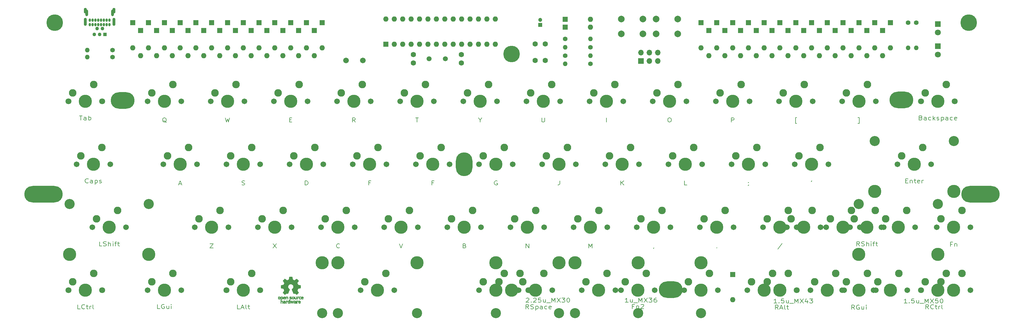
<source format=gbr>
G04 #@! TF.GenerationSoftware,KiCad,Pcbnew,(5.1.9-0-10_14)*
G04 #@! TF.CreationDate,2021-07-28T20:51:04+02:00*
G04 #@! TF.ProjectId,juliet,6a756c69-6574-42e6-9b69-6361645f7063,1*
G04 #@! TF.SameCoordinates,Original*
G04 #@! TF.FileFunction,Soldermask,Top*
G04 #@! TF.FilePolarity,Negative*
%FSLAX46Y46*%
G04 Gerber Fmt 4.6, Leading zero omitted, Abs format (unit mm)*
G04 Created by KiCad (PCBNEW (5.1.9-0-10_14)) date 2021-07-28 20:51:04*
%MOMM*%
%LPD*%
G01*
G04 APERTURE LIST*
%ADD10C,0.203200*%
%ADD11C,0.010000*%
%ADD12C,3.987800*%
%ADD13C,3.048000*%
%ADD14C,1.701800*%
%ADD15C,2.286000*%
%ADD16C,1.800000*%
%ADD17O,1.600000X1.600000*%
%ADD18R,1.600000X1.600000*%
%ADD19O,0.700000X1.000000*%
%ADD20O,0.900000X2.400000*%
%ADD21O,0.900000X1.700000*%
%ADD22C,1.100000*%
%ADD23R,1.100000X1.100000*%
%ADD24O,0.850000X2.000000*%
%ADD25O,5.000000X7.200000*%
%ADD26O,11.600000X5.000000*%
%ADD27O,7.200000X5.000000*%
%ADD28C,5.000000*%
%ADD29O,1.400000X1.400000*%
%ADD30C,1.400000*%
%ADD31C,1.710000*%
%ADD32R,1.200000X1.200000*%
%ADD33C,1.200000*%
%ADD34C,1.600000*%
%ADD35R,1.700000X1.700000*%
%ADD36O,1.700000X1.700000*%
%ADD37R,1.800000X1.800000*%
%ADD38C,2.000000*%
%ADD39C,1.500000*%
G04 APERTURE END LIST*
D10*
X156786035Y-143014851D02*
X156858607Y-142954375D01*
X157003750Y-142893898D01*
X157366607Y-142893898D01*
X157511750Y-142954375D01*
X157584321Y-143014851D01*
X157656892Y-143135803D01*
X157656892Y-143256755D01*
X157584321Y-143438184D01*
X156713464Y-144163898D01*
X157656892Y-144163898D01*
X158310035Y-144042946D02*
X158382607Y-144103422D01*
X158310035Y-144163898D01*
X158237464Y-144103422D01*
X158310035Y-144042946D01*
X158310035Y-144163898D01*
X158963178Y-143014851D02*
X159035750Y-142954375D01*
X159180892Y-142893898D01*
X159543750Y-142893898D01*
X159688892Y-142954375D01*
X159761464Y-143014851D01*
X159834035Y-143135803D01*
X159834035Y-143256755D01*
X159761464Y-143438184D01*
X158890607Y-144163898D01*
X159834035Y-144163898D01*
X161212892Y-142893898D02*
X160487178Y-142893898D01*
X160414607Y-143498660D01*
X160487178Y-143438184D01*
X160632321Y-143377708D01*
X160995178Y-143377708D01*
X161140321Y-143438184D01*
X161212892Y-143498660D01*
X161285464Y-143619613D01*
X161285464Y-143921994D01*
X161212892Y-144042946D01*
X161140321Y-144103422D01*
X160995178Y-144163898D01*
X160632321Y-144163898D01*
X160487178Y-144103422D01*
X160414607Y-144042946D01*
X162591750Y-143317232D02*
X162591750Y-144163898D01*
X161938607Y-143317232D02*
X161938607Y-143982470D01*
X162011178Y-144103422D01*
X162156321Y-144163898D01*
X162374035Y-144163898D01*
X162519178Y-144103422D01*
X162591750Y-144042946D01*
X162954607Y-144284851D02*
X164115750Y-144284851D01*
X164478607Y-144163898D02*
X164478607Y-142893898D01*
X164986607Y-143801041D01*
X165494607Y-142893898D01*
X165494607Y-144163898D01*
X166075178Y-142893898D02*
X167091178Y-144163898D01*
X167091178Y-142893898D02*
X166075178Y-144163898D01*
X167526607Y-142893898D02*
X168470035Y-142893898D01*
X167962035Y-143377708D01*
X168179750Y-143377708D01*
X168324892Y-143438184D01*
X168397464Y-143498660D01*
X168470035Y-143619613D01*
X168470035Y-143921994D01*
X168397464Y-144042946D01*
X168324892Y-144103422D01*
X168179750Y-144163898D01*
X167744321Y-144163898D01*
X167599178Y-144103422D01*
X167526607Y-144042946D01*
X169413464Y-142893898D02*
X169558607Y-142893898D01*
X169703750Y-142954375D01*
X169776321Y-143014851D01*
X169848892Y-143135803D01*
X169921464Y-143377708D01*
X169921464Y-143680089D01*
X169848892Y-143921994D01*
X169776321Y-144042946D01*
X169703750Y-144103422D01*
X169558607Y-144163898D01*
X169413464Y-144163898D01*
X169268321Y-144103422D01*
X169195750Y-144042946D01*
X169123178Y-143921994D01*
X169050607Y-143680089D01*
X169050607Y-143377708D01*
X169123178Y-143135803D01*
X169195750Y-143014851D01*
X169268321Y-142954375D01*
X169413464Y-142893898D01*
X157557107Y-146148273D02*
X157049107Y-145543511D01*
X156686250Y-146148273D02*
X156686250Y-144878273D01*
X157266821Y-144878273D01*
X157411964Y-144938750D01*
X157484535Y-144999226D01*
X157557107Y-145120178D01*
X157557107Y-145301607D01*
X157484535Y-145422559D01*
X157411964Y-145483035D01*
X157266821Y-145543511D01*
X156686250Y-145543511D01*
X158137678Y-146087797D02*
X158355392Y-146148273D01*
X158718250Y-146148273D01*
X158863392Y-146087797D01*
X158935964Y-146027321D01*
X159008535Y-145906369D01*
X159008535Y-145785416D01*
X158935964Y-145664464D01*
X158863392Y-145603988D01*
X158718250Y-145543511D01*
X158427964Y-145483035D01*
X158282821Y-145422559D01*
X158210250Y-145362083D01*
X158137678Y-145241130D01*
X158137678Y-145120178D01*
X158210250Y-144999226D01*
X158282821Y-144938750D01*
X158427964Y-144878273D01*
X158790821Y-144878273D01*
X159008535Y-144938750D01*
X159661678Y-145301607D02*
X159661678Y-146571607D01*
X159661678Y-145362083D02*
X159806821Y-145301607D01*
X160097107Y-145301607D01*
X160242250Y-145362083D01*
X160314821Y-145422559D01*
X160387392Y-145543511D01*
X160387392Y-145906369D01*
X160314821Y-146027321D01*
X160242250Y-146087797D01*
X160097107Y-146148273D01*
X159806821Y-146148273D01*
X159661678Y-146087797D01*
X161693678Y-146148273D02*
X161693678Y-145483035D01*
X161621107Y-145362083D01*
X161475964Y-145301607D01*
X161185678Y-145301607D01*
X161040535Y-145362083D01*
X161693678Y-146087797D02*
X161548535Y-146148273D01*
X161185678Y-146148273D01*
X161040535Y-146087797D01*
X160967964Y-145966845D01*
X160967964Y-145845892D01*
X161040535Y-145724940D01*
X161185678Y-145664464D01*
X161548535Y-145664464D01*
X161693678Y-145603988D01*
X163072535Y-146087797D02*
X162927392Y-146148273D01*
X162637107Y-146148273D01*
X162491964Y-146087797D01*
X162419392Y-146027321D01*
X162346821Y-145906369D01*
X162346821Y-145543511D01*
X162419392Y-145422559D01*
X162491964Y-145362083D01*
X162637107Y-145301607D01*
X162927392Y-145301607D01*
X163072535Y-145362083D01*
X164306250Y-146087797D02*
X164161107Y-146148273D01*
X163870821Y-146148273D01*
X163725678Y-146087797D01*
X163653107Y-145966845D01*
X163653107Y-145483035D01*
X163725678Y-145362083D01*
X163870821Y-145301607D01*
X164161107Y-145301607D01*
X164306250Y-145362083D01*
X164378821Y-145483035D01*
X164378821Y-145603988D01*
X163653107Y-145724940D01*
X187569928Y-144163898D02*
X186699071Y-144163898D01*
X187134500Y-144163898D02*
X187134500Y-142893898D01*
X186989357Y-143075327D01*
X186844214Y-143196279D01*
X186699071Y-143256755D01*
X188876214Y-143317232D02*
X188876214Y-144163898D01*
X188223071Y-143317232D02*
X188223071Y-143982470D01*
X188295642Y-144103422D01*
X188440785Y-144163898D01*
X188658500Y-144163898D01*
X188803642Y-144103422D01*
X188876214Y-144042946D01*
X189239071Y-144284851D02*
X190400214Y-144284851D01*
X190763071Y-144163898D02*
X190763071Y-142893898D01*
X191271071Y-143801041D01*
X191779071Y-142893898D01*
X191779071Y-144163898D01*
X192359642Y-142893898D02*
X193375642Y-144163898D01*
X193375642Y-142893898D02*
X192359642Y-144163898D01*
X193811071Y-142893898D02*
X194754500Y-142893898D01*
X194246500Y-143377708D01*
X194464214Y-143377708D01*
X194609357Y-143438184D01*
X194681928Y-143498660D01*
X194754500Y-143619613D01*
X194754500Y-143921994D01*
X194681928Y-144042946D01*
X194609357Y-144103422D01*
X194464214Y-144163898D01*
X194028785Y-144163898D01*
X193883642Y-144103422D01*
X193811071Y-144042946D01*
X196060785Y-142893898D02*
X195770500Y-142893898D01*
X195625357Y-142954375D01*
X195552785Y-143014851D01*
X195407642Y-143196279D01*
X195335071Y-143438184D01*
X195335071Y-143921994D01*
X195407642Y-144042946D01*
X195480214Y-144103422D01*
X195625357Y-144163898D01*
X195915642Y-144163898D01*
X196060785Y-144103422D01*
X196133357Y-144042946D01*
X196205928Y-143921994D01*
X196205928Y-143619613D01*
X196133357Y-143498660D01*
X196060785Y-143438184D01*
X195915642Y-143377708D01*
X195625357Y-143377708D01*
X195480214Y-143438184D01*
X195407642Y-143498660D01*
X195335071Y-143619613D01*
X189302571Y-145403660D02*
X188794571Y-145403660D01*
X188794571Y-146068898D02*
X188794571Y-144798898D01*
X189520285Y-144798898D01*
X190100857Y-145222232D02*
X190100857Y-146068898D01*
X190100857Y-145343184D02*
X190173428Y-145282708D01*
X190318571Y-145222232D01*
X190536285Y-145222232D01*
X190681428Y-145282708D01*
X190754000Y-145403660D01*
X190754000Y-146068898D01*
X191407142Y-144919851D02*
X191479714Y-144859375D01*
X191624857Y-144798898D01*
X191987714Y-144798898D01*
X192132857Y-144859375D01*
X192205428Y-144919851D01*
X192278000Y-145040803D01*
X192278000Y-145161755D01*
X192205428Y-145343184D01*
X191334571Y-146068898D01*
X192278000Y-146068898D01*
X271267464Y-107383035D02*
X271775464Y-107383035D01*
X271993178Y-108048273D02*
X271267464Y-108048273D01*
X271267464Y-106778273D01*
X271993178Y-106778273D01*
X272646321Y-107201607D02*
X272646321Y-108048273D01*
X272646321Y-107322559D02*
X272718892Y-107262083D01*
X272864035Y-107201607D01*
X273081750Y-107201607D01*
X273226892Y-107262083D01*
X273299464Y-107383035D01*
X273299464Y-108048273D01*
X273807464Y-107201607D02*
X274388035Y-107201607D01*
X274025178Y-106778273D02*
X274025178Y-107866845D01*
X274097750Y-107987797D01*
X274242892Y-108048273D01*
X274388035Y-108048273D01*
X275476607Y-107987797D02*
X275331464Y-108048273D01*
X275041178Y-108048273D01*
X274896035Y-107987797D01*
X274823464Y-107866845D01*
X274823464Y-107383035D01*
X274896035Y-107262083D01*
X275041178Y-107201607D01*
X275331464Y-107201607D01*
X275476607Y-107262083D01*
X275549178Y-107383035D01*
X275549178Y-107503988D01*
X274823464Y-107624940D01*
X276202321Y-108048273D02*
X276202321Y-107201607D01*
X276202321Y-107443511D02*
X276274892Y-107322559D01*
X276347464Y-107262083D01*
X276492607Y-107201607D01*
X276637750Y-107201607D01*
X28779107Y-127098273D02*
X28053392Y-127098273D01*
X28053392Y-125828273D01*
X29214535Y-127037797D02*
X29432250Y-127098273D01*
X29795107Y-127098273D01*
X29940250Y-127037797D01*
X30012821Y-126977321D01*
X30085392Y-126856369D01*
X30085392Y-126735416D01*
X30012821Y-126614464D01*
X29940250Y-126553988D01*
X29795107Y-126493511D01*
X29504821Y-126433035D01*
X29359678Y-126372559D01*
X29287107Y-126312083D01*
X29214535Y-126191130D01*
X29214535Y-126070178D01*
X29287107Y-125949226D01*
X29359678Y-125888750D01*
X29504821Y-125828273D01*
X29867678Y-125828273D01*
X30085392Y-125888750D01*
X30738535Y-127098273D02*
X30738535Y-125828273D01*
X31391678Y-127098273D02*
X31391678Y-126433035D01*
X31319107Y-126312083D01*
X31173964Y-126251607D01*
X30956250Y-126251607D01*
X30811107Y-126312083D01*
X30738535Y-126372559D01*
X32117392Y-127098273D02*
X32117392Y-126251607D01*
X32117392Y-125828273D02*
X32044821Y-125888750D01*
X32117392Y-125949226D01*
X32189964Y-125888750D01*
X32117392Y-125828273D01*
X32117392Y-125949226D01*
X32625392Y-126251607D02*
X33205964Y-126251607D01*
X32843107Y-127098273D02*
X32843107Y-126009702D01*
X32915678Y-125888750D01*
X33060821Y-125828273D01*
X33205964Y-125828273D01*
X33496250Y-126251607D02*
X34076821Y-126251607D01*
X33713964Y-125828273D02*
X33713964Y-126916845D01*
X33786535Y-127037797D01*
X33931678Y-127098273D01*
X34076821Y-127098273D01*
X257379107Y-127098273D02*
X256871107Y-126493511D01*
X256508250Y-127098273D02*
X256508250Y-125828273D01*
X257088821Y-125828273D01*
X257233964Y-125888750D01*
X257306535Y-125949226D01*
X257379107Y-126070178D01*
X257379107Y-126251607D01*
X257306535Y-126372559D01*
X257233964Y-126433035D01*
X257088821Y-126493511D01*
X256508250Y-126493511D01*
X257959678Y-127037797D02*
X258177392Y-127098273D01*
X258540250Y-127098273D01*
X258685392Y-127037797D01*
X258757964Y-126977321D01*
X258830535Y-126856369D01*
X258830535Y-126735416D01*
X258757964Y-126614464D01*
X258685392Y-126553988D01*
X258540250Y-126493511D01*
X258249964Y-126433035D01*
X258104821Y-126372559D01*
X258032250Y-126312083D01*
X257959678Y-126191130D01*
X257959678Y-126070178D01*
X258032250Y-125949226D01*
X258104821Y-125888750D01*
X258249964Y-125828273D01*
X258612821Y-125828273D01*
X258830535Y-125888750D01*
X259483678Y-127098273D02*
X259483678Y-125828273D01*
X260136821Y-127098273D02*
X260136821Y-126433035D01*
X260064250Y-126312083D01*
X259919107Y-126251607D01*
X259701392Y-126251607D01*
X259556250Y-126312083D01*
X259483678Y-126372559D01*
X260862535Y-127098273D02*
X260862535Y-126251607D01*
X260862535Y-125828273D02*
X260789964Y-125888750D01*
X260862535Y-125949226D01*
X260935107Y-125888750D01*
X260862535Y-125828273D01*
X260862535Y-125949226D01*
X261370535Y-126251607D02*
X261951107Y-126251607D01*
X261588250Y-127098273D02*
X261588250Y-126009702D01*
X261660821Y-125888750D01*
X261805964Y-125828273D01*
X261951107Y-125828273D01*
X262241392Y-126251607D02*
X262821964Y-126251607D01*
X262459107Y-125828273D02*
X262459107Y-126916845D01*
X262531678Y-127037797D01*
X262676821Y-127098273D01*
X262821964Y-127098273D01*
X24669750Y-107927407D02*
X24597178Y-107987883D01*
X24379464Y-108048359D01*
X24234321Y-108048359D01*
X24016607Y-107987883D01*
X23871464Y-107866931D01*
X23798892Y-107745978D01*
X23726321Y-107504074D01*
X23726321Y-107322645D01*
X23798892Y-107080740D01*
X23871464Y-106959788D01*
X24016607Y-106838836D01*
X24234321Y-106778359D01*
X24379464Y-106778359D01*
X24597178Y-106838836D01*
X24669750Y-106899312D01*
X25976035Y-108048359D02*
X25976035Y-107383121D01*
X25903464Y-107262169D01*
X25758321Y-107201693D01*
X25468035Y-107201693D01*
X25322892Y-107262169D01*
X25976035Y-107987883D02*
X25830892Y-108048359D01*
X25468035Y-108048359D01*
X25322892Y-107987883D01*
X25250321Y-107866931D01*
X25250321Y-107745978D01*
X25322892Y-107625026D01*
X25468035Y-107564550D01*
X25830892Y-107564550D01*
X25976035Y-107504074D01*
X26701750Y-107201693D02*
X26701750Y-108471693D01*
X26701750Y-107262169D02*
X26846892Y-107201693D01*
X27137178Y-107201693D01*
X27282321Y-107262169D01*
X27354892Y-107322645D01*
X27427464Y-107443597D01*
X27427464Y-107806455D01*
X27354892Y-107927407D01*
X27282321Y-107987883D01*
X27137178Y-108048359D01*
X26846892Y-108048359D01*
X26701750Y-107987883D01*
X28008035Y-107987883D02*
X28153178Y-108048359D01*
X28443464Y-108048359D01*
X28588607Y-107987883D01*
X28661178Y-107866931D01*
X28661178Y-107806455D01*
X28588607Y-107685502D01*
X28443464Y-107625026D01*
X28225750Y-107625026D01*
X28080607Y-107564550D01*
X28008035Y-107443597D01*
X28008035Y-107383121D01*
X28080607Y-107262169D01*
X28225750Y-107201693D01*
X28443464Y-107201693D01*
X28588607Y-107262169D01*
X70421500Y-146148273D02*
X69695785Y-146148273D01*
X69695785Y-144878273D01*
X70856928Y-145785416D02*
X71582642Y-145785416D01*
X70711785Y-146148273D02*
X71219785Y-144878273D01*
X71727785Y-146148273D01*
X72453500Y-146148273D02*
X72308357Y-146087797D01*
X72235785Y-145966845D01*
X72235785Y-144878273D01*
X72816357Y-145301607D02*
X73396928Y-145301607D01*
X73034071Y-144878273D02*
X73034071Y-145966845D01*
X73106642Y-146087797D01*
X73251785Y-146148273D01*
X73396928Y-146148273D01*
X22215928Y-146148273D02*
X21490214Y-146148273D01*
X21490214Y-144878273D01*
X23594785Y-146027321D02*
X23522214Y-146087797D01*
X23304500Y-146148273D01*
X23159357Y-146148273D01*
X22941642Y-146087797D01*
X22796500Y-145966845D01*
X22723928Y-145845892D01*
X22651357Y-145603988D01*
X22651357Y-145422559D01*
X22723928Y-145180654D01*
X22796500Y-145059702D01*
X22941642Y-144938750D01*
X23159357Y-144878273D01*
X23304500Y-144878273D01*
X23522214Y-144938750D01*
X23594785Y-144999226D01*
X24030214Y-145301607D02*
X24610785Y-145301607D01*
X24247928Y-144878273D02*
X24247928Y-145966845D01*
X24320500Y-146087797D01*
X24465642Y-146148273D01*
X24610785Y-146148273D01*
X25118785Y-146148273D02*
X25118785Y-145301607D01*
X25118785Y-145543511D02*
X25191357Y-145422559D01*
X25263928Y-145362083D01*
X25409071Y-145301607D01*
X25554214Y-145301607D01*
X26279928Y-146148273D02*
X26134785Y-146087797D01*
X26062214Y-145966845D01*
X26062214Y-144878273D01*
X271730107Y-144402023D02*
X270859250Y-144402023D01*
X271294678Y-144402023D02*
X271294678Y-143132023D01*
X271149535Y-143313452D01*
X271004392Y-143434404D01*
X270859250Y-143494880D01*
X272383250Y-144281071D02*
X272455821Y-144341547D01*
X272383250Y-144402023D01*
X272310678Y-144341547D01*
X272383250Y-144281071D01*
X272383250Y-144402023D01*
X273834678Y-143132023D02*
X273108964Y-143132023D01*
X273036392Y-143736785D01*
X273108964Y-143676309D01*
X273254107Y-143615833D01*
X273616964Y-143615833D01*
X273762107Y-143676309D01*
X273834678Y-143736785D01*
X273907250Y-143857738D01*
X273907250Y-144160119D01*
X273834678Y-144281071D01*
X273762107Y-144341547D01*
X273616964Y-144402023D01*
X273254107Y-144402023D01*
X273108964Y-144341547D01*
X273036392Y-144281071D01*
X275213535Y-143555357D02*
X275213535Y-144402023D01*
X274560392Y-143555357D02*
X274560392Y-144220595D01*
X274632964Y-144341547D01*
X274778107Y-144402023D01*
X274995821Y-144402023D01*
X275140964Y-144341547D01*
X275213535Y-144281071D01*
X275576392Y-144522976D02*
X276737535Y-144522976D01*
X277100392Y-144402023D02*
X277100392Y-143132023D01*
X277608392Y-144039166D01*
X278116392Y-143132023D01*
X278116392Y-144402023D01*
X278696964Y-143132023D02*
X279712964Y-144402023D01*
X279712964Y-143132023D02*
X278696964Y-144402023D01*
X281019250Y-143132023D02*
X280293535Y-143132023D01*
X280220964Y-143736785D01*
X280293535Y-143676309D01*
X280438678Y-143615833D01*
X280801535Y-143615833D01*
X280946678Y-143676309D01*
X281019250Y-143736785D01*
X281091821Y-143857738D01*
X281091821Y-144160119D01*
X281019250Y-144281071D01*
X280946678Y-144341547D01*
X280801535Y-144402023D01*
X280438678Y-144402023D01*
X280293535Y-144341547D01*
X280220964Y-144281071D01*
X282035250Y-143132023D02*
X282180392Y-143132023D01*
X282325535Y-143192500D01*
X282398107Y-143252976D01*
X282470678Y-143373928D01*
X282543250Y-143615833D01*
X282543250Y-143918214D01*
X282470678Y-144160119D01*
X282398107Y-144281071D01*
X282325535Y-144341547D01*
X282180392Y-144402023D01*
X282035250Y-144402023D01*
X281890107Y-144341547D01*
X281817535Y-144281071D01*
X281744964Y-144160119D01*
X281672392Y-143918214D01*
X281672392Y-143615833D01*
X281744964Y-143373928D01*
X281817535Y-143252976D01*
X281890107Y-143192500D01*
X282035250Y-143132023D01*
X278200303Y-146148273D02*
X277692303Y-145543511D01*
X277329446Y-146148273D02*
X277329446Y-144878273D01*
X277910017Y-144878273D01*
X278055160Y-144938750D01*
X278127732Y-144999226D01*
X278200303Y-145120178D01*
X278200303Y-145301607D01*
X278127732Y-145422559D01*
X278055160Y-145483035D01*
X277910017Y-145543511D01*
X277329446Y-145543511D01*
X279724303Y-146027321D02*
X279651732Y-146087797D01*
X279434017Y-146148273D01*
X279288875Y-146148273D01*
X279071160Y-146087797D01*
X278926017Y-145966845D01*
X278853446Y-145845892D01*
X278780875Y-145603988D01*
X278780875Y-145422559D01*
X278853446Y-145180654D01*
X278926017Y-145059702D01*
X279071160Y-144938750D01*
X279288875Y-144878273D01*
X279434017Y-144878273D01*
X279651732Y-144938750D01*
X279724303Y-144999226D01*
X280159732Y-145301607D02*
X280740303Y-145301607D01*
X280377446Y-144878273D02*
X280377446Y-145966845D01*
X280450017Y-146087797D01*
X280595160Y-146148273D01*
X280740303Y-146148273D01*
X281248303Y-146148273D02*
X281248303Y-145301607D01*
X281248303Y-145543511D02*
X281320875Y-145422559D01*
X281393446Y-145362083D01*
X281538589Y-145301607D01*
X281683732Y-145301607D01*
X282409446Y-146148273D02*
X282264303Y-146087797D01*
X282191732Y-145966845D01*
X282191732Y-144878273D01*
X275834928Y-88333035D02*
X276052642Y-88393511D01*
X276125214Y-88453988D01*
X276197785Y-88574940D01*
X276197785Y-88756369D01*
X276125214Y-88877321D01*
X276052642Y-88937797D01*
X275907500Y-88998273D01*
X275326928Y-88998273D01*
X275326928Y-87728273D01*
X275834928Y-87728273D01*
X275980071Y-87788750D01*
X276052642Y-87849226D01*
X276125214Y-87970178D01*
X276125214Y-88091130D01*
X276052642Y-88212083D01*
X275980071Y-88272559D01*
X275834928Y-88333035D01*
X275326928Y-88333035D01*
X277504071Y-88998273D02*
X277504071Y-88333035D01*
X277431500Y-88212083D01*
X277286357Y-88151607D01*
X276996071Y-88151607D01*
X276850928Y-88212083D01*
X277504071Y-88937797D02*
X277358928Y-88998273D01*
X276996071Y-88998273D01*
X276850928Y-88937797D01*
X276778357Y-88816845D01*
X276778357Y-88695892D01*
X276850928Y-88574940D01*
X276996071Y-88514464D01*
X277358928Y-88514464D01*
X277504071Y-88453988D01*
X278882928Y-88937797D02*
X278737785Y-88998273D01*
X278447500Y-88998273D01*
X278302357Y-88937797D01*
X278229785Y-88877321D01*
X278157214Y-88756369D01*
X278157214Y-88393511D01*
X278229785Y-88272559D01*
X278302357Y-88212083D01*
X278447500Y-88151607D01*
X278737785Y-88151607D01*
X278882928Y-88212083D01*
X279536071Y-88998273D02*
X279536071Y-87728273D01*
X279681214Y-88514464D02*
X280116642Y-88998273D01*
X280116642Y-88151607D02*
X279536071Y-88635416D01*
X280697214Y-88937797D02*
X280842357Y-88998273D01*
X281132642Y-88998273D01*
X281277785Y-88937797D01*
X281350357Y-88816845D01*
X281350357Y-88756369D01*
X281277785Y-88635416D01*
X281132642Y-88574940D01*
X280914928Y-88574940D01*
X280769785Y-88514464D01*
X280697214Y-88393511D01*
X280697214Y-88333035D01*
X280769785Y-88212083D01*
X280914928Y-88151607D01*
X281132642Y-88151607D01*
X281277785Y-88212083D01*
X282003500Y-88151607D02*
X282003500Y-89421607D01*
X282003500Y-88212083D02*
X282148642Y-88151607D01*
X282438928Y-88151607D01*
X282584071Y-88212083D01*
X282656642Y-88272559D01*
X282729214Y-88393511D01*
X282729214Y-88756369D01*
X282656642Y-88877321D01*
X282584071Y-88937797D01*
X282438928Y-88998273D01*
X282148642Y-88998273D01*
X282003500Y-88937797D01*
X284035500Y-88998273D02*
X284035500Y-88333035D01*
X283962928Y-88212083D01*
X283817785Y-88151607D01*
X283527500Y-88151607D01*
X283382357Y-88212083D01*
X284035500Y-88937797D02*
X283890357Y-88998273D01*
X283527500Y-88998273D01*
X283382357Y-88937797D01*
X283309785Y-88816845D01*
X283309785Y-88695892D01*
X283382357Y-88574940D01*
X283527500Y-88514464D01*
X283890357Y-88514464D01*
X284035500Y-88453988D01*
X285414357Y-88937797D02*
X285269214Y-88998273D01*
X284978928Y-88998273D01*
X284833785Y-88937797D01*
X284761214Y-88877321D01*
X284688642Y-88756369D01*
X284688642Y-88393511D01*
X284761214Y-88272559D01*
X284833785Y-88212083D01*
X284978928Y-88151607D01*
X285269214Y-88151607D01*
X285414357Y-88212083D01*
X286648071Y-88937797D02*
X286502928Y-88998273D01*
X286212642Y-88998273D01*
X286067500Y-88937797D01*
X285994928Y-88816845D01*
X285994928Y-88333035D01*
X286067500Y-88212083D01*
X286212642Y-88151607D01*
X286502928Y-88151607D01*
X286648071Y-88212083D01*
X286720642Y-88333035D01*
X286720642Y-88453988D01*
X285994928Y-88574940D01*
X232439482Y-144402023D02*
X231568625Y-144402023D01*
X232004053Y-144402023D02*
X232004053Y-143132023D01*
X231858910Y-143313452D01*
X231713767Y-143434404D01*
X231568625Y-143494880D01*
X233092625Y-144281071D02*
X233165196Y-144341547D01*
X233092625Y-144402023D01*
X233020053Y-144341547D01*
X233092625Y-144281071D01*
X233092625Y-144402023D01*
X234544053Y-143132023D02*
X233818339Y-143132023D01*
X233745767Y-143736785D01*
X233818339Y-143676309D01*
X233963482Y-143615833D01*
X234326339Y-143615833D01*
X234471482Y-143676309D01*
X234544053Y-143736785D01*
X234616625Y-143857738D01*
X234616625Y-144160119D01*
X234544053Y-144281071D01*
X234471482Y-144341547D01*
X234326339Y-144402023D01*
X233963482Y-144402023D01*
X233818339Y-144341547D01*
X233745767Y-144281071D01*
X235922910Y-143555357D02*
X235922910Y-144402023D01*
X235269767Y-143555357D02*
X235269767Y-144220595D01*
X235342339Y-144341547D01*
X235487482Y-144402023D01*
X235705196Y-144402023D01*
X235850339Y-144341547D01*
X235922910Y-144281071D01*
X236285767Y-144522976D02*
X237446910Y-144522976D01*
X237809767Y-144402023D02*
X237809767Y-143132023D01*
X238317767Y-144039166D01*
X238825767Y-143132023D01*
X238825767Y-144402023D01*
X239406339Y-143132023D02*
X240422339Y-144402023D01*
X240422339Y-143132023D02*
X239406339Y-144402023D01*
X241656053Y-143555357D02*
X241656053Y-144402023D01*
X241293196Y-143071547D02*
X240930339Y-143978690D01*
X241873767Y-143978690D01*
X242309196Y-143132023D02*
X243252625Y-143132023D01*
X242744625Y-143615833D01*
X242962339Y-143615833D01*
X243107482Y-143676309D01*
X243180053Y-143736785D01*
X243252625Y-143857738D01*
X243252625Y-144160119D01*
X243180053Y-144281071D01*
X243107482Y-144341547D01*
X242962339Y-144402023D01*
X242526910Y-144402023D01*
X242381767Y-144341547D01*
X242309196Y-144281071D01*
X232822750Y-146307023D02*
X232314750Y-145702261D01*
X231951892Y-146307023D02*
X231951892Y-145037023D01*
X232532464Y-145037023D01*
X232677607Y-145097500D01*
X232750178Y-145157976D01*
X232822750Y-145278928D01*
X232822750Y-145460357D01*
X232750178Y-145581309D01*
X232677607Y-145641785D01*
X232532464Y-145702261D01*
X231951892Y-145702261D01*
X233403321Y-145944166D02*
X234129035Y-145944166D01*
X233258178Y-146307023D02*
X233766178Y-145037023D01*
X234274178Y-146307023D01*
X234999892Y-146307023D02*
X234854750Y-146246547D01*
X234782178Y-146125595D01*
X234782178Y-145037023D01*
X235362750Y-145460357D02*
X235943321Y-145460357D01*
X235580464Y-145037023D02*
X235580464Y-146125595D01*
X235653035Y-146246547D01*
X235798178Y-146307023D01*
X235943321Y-146307023D01*
X21998214Y-87728273D02*
X22869071Y-87728273D01*
X22433642Y-88998273D02*
X22433642Y-87728273D01*
X24030214Y-88998273D02*
X24030214Y-88333035D01*
X23957642Y-88212083D01*
X23812500Y-88151607D01*
X23522214Y-88151607D01*
X23377071Y-88212083D01*
X24030214Y-88937797D02*
X23885071Y-88998273D01*
X23522214Y-88998273D01*
X23377071Y-88937797D01*
X23304500Y-88816845D01*
X23304500Y-88695892D01*
X23377071Y-88574940D01*
X23522214Y-88514464D01*
X23885071Y-88514464D01*
X24030214Y-88453988D01*
X24755928Y-88998273D02*
X24755928Y-87728273D01*
X24755928Y-88212083D02*
X24901071Y-88151607D01*
X25191357Y-88151607D01*
X25336500Y-88212083D01*
X25409071Y-88272559D01*
X25481642Y-88393511D01*
X25481642Y-88756369D01*
X25409071Y-88877321D01*
X25336500Y-88937797D01*
X25191357Y-88998273D01*
X24901071Y-88998273D01*
X24755928Y-88937797D01*
X66021857Y-88363273D02*
X66384714Y-89633273D01*
X66675000Y-88726130D01*
X66965285Y-89633273D01*
X67328142Y-88363273D01*
X285278285Y-126591785D02*
X284770285Y-126591785D01*
X284770285Y-127257023D02*
X284770285Y-125987023D01*
X285496000Y-125987023D01*
X286076571Y-126410357D02*
X286076571Y-127257023D01*
X286076571Y-126531309D02*
X286149142Y-126470833D01*
X286294285Y-126410357D01*
X286512000Y-126410357D01*
X286657142Y-126470833D01*
X286729714Y-126591785D01*
X286729714Y-127257023D01*
X256884714Y-90056607D02*
X257247571Y-90056607D01*
X257247571Y-88242321D01*
X256884714Y-88242321D01*
X234015642Y-126402797D02*
X232709357Y-128035654D01*
X242960071Y-107413273D02*
X242814928Y-107655178D01*
X223910071Y-108622797D02*
X223910071Y-108683273D01*
X223837500Y-108804226D01*
X223764928Y-108864702D01*
X223837500Y-107897083D02*
X223910071Y-107957559D01*
X223837500Y-108018035D01*
X223764928Y-107957559D01*
X223837500Y-107897083D01*
X223837500Y-108018035D01*
X238415285Y-90056607D02*
X238052428Y-90056607D01*
X238052428Y-88242321D01*
X238415285Y-88242321D01*
X218675857Y-89633273D02*
X218675857Y-88363273D01*
X219256428Y-88363273D01*
X219401571Y-88423750D01*
X219474142Y-88484226D01*
X219546714Y-88605178D01*
X219546714Y-88786607D01*
X219474142Y-88907559D01*
X219401571Y-88968035D01*
X219256428Y-89028511D01*
X218675857Y-89028511D01*
X214312500Y-127612321D02*
X214385071Y-127672797D01*
X214312500Y-127733273D01*
X214239928Y-127672797D01*
X214312500Y-127612321D01*
X214312500Y-127733273D01*
X195335071Y-127672797D02*
X195335071Y-127733273D01*
X195262500Y-127854226D01*
X195189928Y-127914702D01*
X205259214Y-108683273D02*
X204533500Y-108683273D01*
X204533500Y-107413273D01*
X185338357Y-108683273D02*
X185338357Y-107413273D01*
X186209214Y-108683273D02*
X185556071Y-107957559D01*
X186209214Y-107413273D02*
X185338357Y-108138988D01*
X199879857Y-88363273D02*
X200170142Y-88363273D01*
X200315285Y-88423750D01*
X200460428Y-88544702D01*
X200533000Y-88786607D01*
X200533000Y-89209940D01*
X200460428Y-89451845D01*
X200315285Y-89572797D01*
X200170142Y-89633273D01*
X199879857Y-89633273D01*
X199734714Y-89572797D01*
X199589571Y-89451845D01*
X199517000Y-89209940D01*
X199517000Y-88786607D01*
X199589571Y-88544702D01*
X199734714Y-88423750D01*
X199879857Y-88363273D01*
X175704500Y-127733273D02*
X175704500Y-126463273D01*
X176212500Y-127370416D01*
X176720500Y-126463273D01*
X176720500Y-127733273D01*
X156727071Y-127733273D02*
X156727071Y-126463273D01*
X157597928Y-127733273D01*
X157597928Y-126463273D01*
X166905214Y-107413273D02*
X166905214Y-108320416D01*
X166832642Y-108501845D01*
X166687500Y-108622797D01*
X166469785Y-108683273D01*
X166324642Y-108683273D01*
X180975000Y-89633273D02*
X180975000Y-88363273D01*
X161489571Y-88363273D02*
X161489571Y-89391369D01*
X161562142Y-89512321D01*
X161634714Y-89572797D01*
X161779857Y-89633273D01*
X162070142Y-89633273D01*
X162215285Y-89572797D01*
X162287857Y-89512321D01*
X162360428Y-89391369D01*
X162360428Y-88363273D01*
X138221357Y-127068035D02*
X138439071Y-127128511D01*
X138511642Y-127188988D01*
X138584214Y-127309940D01*
X138584214Y-127491369D01*
X138511642Y-127612321D01*
X138439071Y-127672797D01*
X138293928Y-127733273D01*
X137713357Y-127733273D01*
X137713357Y-126463273D01*
X138221357Y-126463273D01*
X138366500Y-126523750D01*
X138439071Y-126584226D01*
X138511642Y-126705178D01*
X138511642Y-126826130D01*
X138439071Y-126947083D01*
X138366500Y-127007559D01*
X138221357Y-127068035D01*
X137713357Y-127068035D01*
X118554500Y-126463273D02*
X119062500Y-127733273D01*
X119570500Y-126463273D01*
X148036642Y-107473750D02*
X147891500Y-107413273D01*
X147673785Y-107413273D01*
X147456071Y-107473750D01*
X147310928Y-107594702D01*
X147238357Y-107715654D01*
X147165785Y-107957559D01*
X147165785Y-108138988D01*
X147238357Y-108380892D01*
X147310928Y-108501845D01*
X147456071Y-108622797D01*
X147673785Y-108683273D01*
X147818928Y-108683273D01*
X148036642Y-108622797D01*
X148109214Y-108562321D01*
X148109214Y-108138988D01*
X147818928Y-108138988D01*
X128805214Y-108018035D02*
X128297214Y-108018035D01*
X128297214Y-108683273D02*
X128297214Y-107413273D01*
X129022928Y-107413273D01*
X142875000Y-89028511D02*
X142875000Y-89633273D01*
X142367000Y-88363273D02*
X142875000Y-89028511D01*
X143383000Y-88363273D01*
X123389571Y-88363273D02*
X124260428Y-88363273D01*
X123825000Y-89633273D02*
X123825000Y-88363273D01*
X100484214Y-127612321D02*
X100411642Y-127672797D01*
X100193928Y-127733273D01*
X100048785Y-127733273D01*
X99831071Y-127672797D01*
X99685928Y-127551845D01*
X99613357Y-127430892D01*
X99540785Y-127188988D01*
X99540785Y-127007559D01*
X99613357Y-126765654D01*
X99685928Y-126644702D01*
X99831071Y-126523750D01*
X100048785Y-126463273D01*
X100193928Y-126463273D01*
X100411642Y-126523750D01*
X100484214Y-126584226D01*
X109755214Y-108018035D02*
X109247214Y-108018035D01*
X109247214Y-108683273D02*
X109247214Y-107413273D01*
X109972928Y-107413273D01*
X90088357Y-108683273D02*
X90088357Y-107413273D01*
X90451214Y-107413273D01*
X90668928Y-107473750D01*
X90814071Y-107594702D01*
X90886642Y-107715654D01*
X90959214Y-107957559D01*
X90959214Y-108138988D01*
X90886642Y-108380892D01*
X90814071Y-108501845D01*
X90668928Y-108622797D01*
X90451214Y-108683273D01*
X90088357Y-108683273D01*
X105246714Y-89633273D02*
X104738714Y-89028511D01*
X104375857Y-89633273D02*
X104375857Y-88363273D01*
X104956428Y-88363273D01*
X105101571Y-88423750D01*
X105174142Y-88484226D01*
X105246714Y-88605178D01*
X105246714Y-88786607D01*
X105174142Y-88907559D01*
X105101571Y-88968035D01*
X104956428Y-89028511D01*
X104375857Y-89028511D01*
X85398428Y-88968035D02*
X85906428Y-88968035D01*
X86124142Y-89633273D02*
X85398428Y-89633273D01*
X85398428Y-88363273D01*
X86124142Y-88363273D01*
X80454500Y-126463273D02*
X81470500Y-127733273D01*
X81470500Y-126463273D02*
X80454500Y-127733273D01*
X61404500Y-126463273D02*
X62420500Y-126463273D01*
X61404500Y-127733273D01*
X62420500Y-127733273D01*
X71002071Y-108622797D02*
X71219785Y-108683273D01*
X71582642Y-108683273D01*
X71727785Y-108622797D01*
X71800357Y-108562321D01*
X71872928Y-108441369D01*
X71872928Y-108320416D01*
X71800357Y-108199464D01*
X71727785Y-108138988D01*
X71582642Y-108078511D01*
X71292357Y-108018035D01*
X71147214Y-107957559D01*
X71074642Y-107897083D01*
X71002071Y-107776130D01*
X71002071Y-107655178D01*
X71074642Y-107534226D01*
X71147214Y-107473750D01*
X71292357Y-107413273D01*
X71655214Y-107413273D01*
X71872928Y-107473750D01*
X52024642Y-108320416D02*
X52750357Y-108320416D01*
X51879500Y-108683273D02*
X52387500Y-107413273D01*
X52895500Y-108683273D01*
X46282428Y-146068898D02*
X45556714Y-146068898D01*
X45556714Y-144798898D01*
X47588714Y-144859375D02*
X47443571Y-144798898D01*
X47225857Y-144798898D01*
X47008142Y-144859375D01*
X46863000Y-144980327D01*
X46790428Y-145101279D01*
X46717857Y-145343184D01*
X46717857Y-145524613D01*
X46790428Y-145766517D01*
X46863000Y-145887470D01*
X47008142Y-146008422D01*
X47225857Y-146068898D01*
X47371000Y-146068898D01*
X47588714Y-146008422D01*
X47661285Y-145947946D01*
X47661285Y-145524613D01*
X47371000Y-145524613D01*
X48967571Y-145222232D02*
X48967571Y-146068898D01*
X48314428Y-145222232D02*
X48314428Y-145887470D01*
X48387000Y-146008422D01*
X48532142Y-146068898D01*
X48749857Y-146068898D01*
X48895000Y-146008422D01*
X48967571Y-145947946D01*
X49693285Y-146068898D02*
X49693285Y-145222232D01*
X49693285Y-144798898D02*
X49620714Y-144859375D01*
X49693285Y-144919851D01*
X49765857Y-144859375D01*
X49693285Y-144798898D01*
X49693285Y-144919851D01*
X48205571Y-89754296D02*
X48060428Y-89693820D01*
X47915285Y-89572867D01*
X47697571Y-89391439D01*
X47552428Y-89330962D01*
X47407285Y-89330962D01*
X47479857Y-89633343D02*
X47334714Y-89572867D01*
X47189571Y-89451915D01*
X47117000Y-89210010D01*
X47117000Y-88786677D01*
X47189571Y-88544772D01*
X47334714Y-88423820D01*
X47479857Y-88363343D01*
X47770142Y-88363343D01*
X47915285Y-88423820D01*
X48060428Y-88544772D01*
X48133000Y-88786677D01*
X48133000Y-89210010D01*
X48060428Y-89451915D01*
X47915285Y-89572867D01*
X47770142Y-89633343D01*
X47479857Y-89633343D01*
X255832428Y-146307023D02*
X255324428Y-145702261D01*
X254961571Y-146307023D02*
X254961571Y-145037023D01*
X255542142Y-145037023D01*
X255687285Y-145097500D01*
X255759857Y-145157976D01*
X255832428Y-145278928D01*
X255832428Y-145460357D01*
X255759857Y-145581309D01*
X255687285Y-145641785D01*
X255542142Y-145702261D01*
X254961571Y-145702261D01*
X257283857Y-145097500D02*
X257138714Y-145037023D01*
X256921000Y-145037023D01*
X256703285Y-145097500D01*
X256558142Y-145218452D01*
X256485571Y-145339404D01*
X256413000Y-145581309D01*
X256413000Y-145762738D01*
X256485571Y-146004642D01*
X256558142Y-146125595D01*
X256703285Y-146246547D01*
X256921000Y-146307023D01*
X257066142Y-146307023D01*
X257283857Y-146246547D01*
X257356428Y-146186071D01*
X257356428Y-145762738D01*
X257066142Y-145762738D01*
X258662714Y-145460357D02*
X258662714Y-146307023D01*
X258009571Y-145460357D02*
X258009571Y-146125595D01*
X258082142Y-146246547D01*
X258227285Y-146307023D01*
X258445000Y-146307023D01*
X258590142Y-146246547D01*
X258662714Y-146186071D01*
X259388428Y-146307023D02*
X259388428Y-145460357D01*
X259388428Y-145037023D02*
X259315857Y-145097500D01*
X259388428Y-145157976D01*
X259461000Y-145097500D01*
X259388428Y-145037023D01*
X259388428Y-145157976D01*
D11*
G36*
X83188360Y-142446218D02*
G01*
X83223592Y-142463624D01*
X83267040Y-142493956D01*
X83298706Y-142527033D01*
X83320394Y-142568567D01*
X83333903Y-142624272D01*
X83341038Y-142699861D01*
X83343600Y-142801046D01*
X83343750Y-142844547D01*
X83343312Y-142939885D01*
X83341496Y-143008021D01*
X83337545Y-143055168D01*
X83330702Y-143087540D01*
X83320211Y-143111350D01*
X83309296Y-143127593D01*
X83239619Y-143196702D01*
X83157566Y-143238271D01*
X83069050Y-143250773D01*
X82979981Y-143232684D01*
X82951763Y-143219892D01*
X82884210Y-143184681D01*
X82884210Y-143736450D01*
X82933512Y-143710955D01*
X82998473Y-143691230D01*
X83078320Y-143686177D01*
X83158052Y-143695506D01*
X83218265Y-143716464D01*
X83268208Y-143756377D01*
X83310881Y-143813491D01*
X83314090Y-143819355D01*
X83327622Y-143846977D01*
X83337505Y-143874818D01*
X83344309Y-143908544D01*
X83348601Y-143953821D01*
X83350951Y-144016312D01*
X83351928Y-144101685D01*
X83352105Y-144197760D01*
X83352105Y-144504276D01*
X83168289Y-144504276D01*
X83168289Y-143939089D01*
X83116875Y-143895827D01*
X83063466Y-143861222D01*
X83012888Y-143854930D01*
X82962030Y-143871122D01*
X82934925Y-143886977D01*
X82914751Y-143909560D01*
X82900403Y-143943690D01*
X82890776Y-143994184D01*
X82884763Y-144065861D01*
X82881260Y-144163538D01*
X82880026Y-144228552D01*
X82875855Y-144495921D01*
X82788125Y-144500972D01*
X82700394Y-144506023D01*
X82700394Y-142846851D01*
X82884210Y-142846851D01*
X82888896Y-142939350D01*
X82904688Y-143003559D01*
X82934183Y-143043509D01*
X82979980Y-143063230D01*
X83026250Y-143067171D01*
X83078628Y-143062642D01*
X83113390Y-143044819D01*
X83135128Y-143021269D01*
X83152240Y-142995939D01*
X83162427Y-142967719D01*
X83166960Y-142928181D01*
X83167109Y-142868892D01*
X83165584Y-142819248D01*
X83162081Y-142744460D01*
X83156867Y-142695361D01*
X83148087Y-142664217D01*
X83133886Y-142643295D01*
X83120484Y-142631202D01*
X83064487Y-142604831D01*
X82998211Y-142600572D01*
X82960156Y-142609656D01*
X82922477Y-142641946D01*
X82897519Y-142704756D01*
X82885422Y-142797644D01*
X82884210Y-142846851D01*
X82700394Y-142846851D01*
X82700394Y-142432171D01*
X82792302Y-142432171D01*
X82847483Y-142434353D01*
X82875952Y-142442101D01*
X82884206Y-142457218D01*
X82884210Y-142457666D01*
X82888040Y-142472470D01*
X82904933Y-142470789D01*
X82938519Y-142454522D01*
X83016778Y-142429637D01*
X83104827Y-142427021D01*
X83188360Y-142446218D01*
G37*
X83188360Y-142446218D02*
X83223592Y-142463624D01*
X83267040Y-142493956D01*
X83298706Y-142527033D01*
X83320394Y-142568567D01*
X83333903Y-142624272D01*
X83341038Y-142699861D01*
X83343600Y-142801046D01*
X83343750Y-142844547D01*
X83343312Y-142939885D01*
X83341496Y-143008021D01*
X83337545Y-143055168D01*
X83330702Y-143087540D01*
X83320211Y-143111350D01*
X83309296Y-143127593D01*
X83239619Y-143196702D01*
X83157566Y-143238271D01*
X83069050Y-143250773D01*
X82979981Y-143232684D01*
X82951763Y-143219892D01*
X82884210Y-143184681D01*
X82884210Y-143736450D01*
X82933512Y-143710955D01*
X82998473Y-143691230D01*
X83078320Y-143686177D01*
X83158052Y-143695506D01*
X83218265Y-143716464D01*
X83268208Y-143756377D01*
X83310881Y-143813491D01*
X83314090Y-143819355D01*
X83327622Y-143846977D01*
X83337505Y-143874818D01*
X83344309Y-143908544D01*
X83348601Y-143953821D01*
X83350951Y-144016312D01*
X83351928Y-144101685D01*
X83352105Y-144197760D01*
X83352105Y-144504276D01*
X83168289Y-144504276D01*
X83168289Y-143939089D01*
X83116875Y-143895827D01*
X83063466Y-143861222D01*
X83012888Y-143854930D01*
X82962030Y-143871122D01*
X82934925Y-143886977D01*
X82914751Y-143909560D01*
X82900403Y-143943690D01*
X82890776Y-143994184D01*
X82884763Y-144065861D01*
X82881260Y-144163538D01*
X82880026Y-144228552D01*
X82875855Y-144495921D01*
X82788125Y-144500972D01*
X82700394Y-144506023D01*
X82700394Y-142846851D01*
X82884210Y-142846851D01*
X82888896Y-142939350D01*
X82904688Y-143003559D01*
X82934183Y-143043509D01*
X82979980Y-143063230D01*
X83026250Y-143067171D01*
X83078628Y-143062642D01*
X83113390Y-143044819D01*
X83135128Y-143021269D01*
X83152240Y-142995939D01*
X83162427Y-142967719D01*
X83166960Y-142928181D01*
X83167109Y-142868892D01*
X83165584Y-142819248D01*
X83162081Y-142744460D01*
X83156867Y-142695361D01*
X83148087Y-142664217D01*
X83133886Y-142643295D01*
X83120484Y-142631202D01*
X83064487Y-142604831D01*
X82998211Y-142600572D01*
X82960156Y-142609656D01*
X82922477Y-142641946D01*
X82897519Y-142704756D01*
X82885422Y-142797644D01*
X82884210Y-142846851D01*
X82700394Y-142846851D01*
X82700394Y-142432171D01*
X82792302Y-142432171D01*
X82847483Y-142434353D01*
X82875952Y-142442101D01*
X82884206Y-142457218D01*
X82884210Y-142457666D01*
X82888040Y-142472470D01*
X82904933Y-142470789D01*
X82938519Y-142454522D01*
X83016778Y-142429637D01*
X83104827Y-142427021D01*
X83188360Y-142446218D01*
G36*
X83885457Y-143691934D02*
G01*
X83964070Y-143712910D01*
X84023916Y-143750930D01*
X84066147Y-143800728D01*
X84079275Y-143821980D01*
X84088968Y-143844242D01*
X84095744Y-143872720D01*
X84100123Y-143912621D01*
X84102624Y-143969151D01*
X84103768Y-144047517D01*
X84104072Y-144152926D01*
X84104078Y-144180892D01*
X84104078Y-144504276D01*
X84023868Y-144504276D01*
X83972706Y-144500693D01*
X83934877Y-144491616D01*
X83925399Y-144486018D01*
X83899488Y-144476356D01*
X83873024Y-144486018D01*
X83829452Y-144498080D01*
X83766160Y-144502935D01*
X83696010Y-144500828D01*
X83631860Y-144492006D01*
X83594407Y-144480687D01*
X83521933Y-144434162D01*
X83476640Y-144369596D01*
X83456278Y-144283750D01*
X83456088Y-144281546D01*
X83457875Y-144243463D01*
X83619473Y-144243463D01*
X83633601Y-144286780D01*
X83656612Y-144311158D01*
X83702804Y-144329595D01*
X83763775Y-144336955D01*
X83825949Y-144333333D01*
X83875751Y-144318824D01*
X83889703Y-144309515D01*
X83914085Y-144266503D01*
X83920263Y-144217607D01*
X83920263Y-144153355D01*
X83827818Y-144153355D01*
X83739995Y-144160116D01*
X83673418Y-144179270D01*
X83632002Y-144209126D01*
X83619473Y-144243463D01*
X83457875Y-144243463D01*
X83460490Y-144187754D01*
X83491424Y-144113597D01*
X83549581Y-144057517D01*
X83557620Y-144052415D01*
X83592163Y-144035805D01*
X83634918Y-144025746D01*
X83694686Y-144020857D01*
X83765690Y-144019733D01*
X83920263Y-144019671D01*
X83920263Y-143954875D01*
X83913706Y-143904600D01*
X83896975Y-143870919D01*
X83895016Y-143869126D01*
X83857783Y-143854392D01*
X83801580Y-143848681D01*
X83739467Y-143851487D01*
X83684510Y-143862306D01*
X83651899Y-143878532D01*
X83634228Y-143891530D01*
X83615569Y-143894012D01*
X83589819Y-143883363D01*
X83550873Y-143856968D01*
X83492630Y-143812215D01*
X83487284Y-143808023D01*
X83490023Y-143792510D01*
X83512876Y-143766710D01*
X83547609Y-143738039D01*
X83585990Y-143713916D01*
X83598048Y-143708220D01*
X83642034Y-143696853D01*
X83706487Y-143688745D01*
X83778497Y-143685493D01*
X83781864Y-143685486D01*
X83885457Y-143691934D01*
G37*
X83885457Y-143691934D02*
X83964070Y-143712910D01*
X84023916Y-143750930D01*
X84066147Y-143800728D01*
X84079275Y-143821980D01*
X84088968Y-143844242D01*
X84095744Y-143872720D01*
X84100123Y-143912621D01*
X84102624Y-143969151D01*
X84103768Y-144047517D01*
X84104072Y-144152926D01*
X84104078Y-144180892D01*
X84104078Y-144504276D01*
X84023868Y-144504276D01*
X83972706Y-144500693D01*
X83934877Y-144491616D01*
X83925399Y-144486018D01*
X83899488Y-144476356D01*
X83873024Y-144486018D01*
X83829452Y-144498080D01*
X83766160Y-144502935D01*
X83696010Y-144500828D01*
X83631860Y-144492006D01*
X83594407Y-144480687D01*
X83521933Y-144434162D01*
X83476640Y-144369596D01*
X83456278Y-144283750D01*
X83456088Y-144281546D01*
X83457875Y-144243463D01*
X83619473Y-144243463D01*
X83633601Y-144286780D01*
X83656612Y-144311158D01*
X83702804Y-144329595D01*
X83763775Y-144336955D01*
X83825949Y-144333333D01*
X83875751Y-144318824D01*
X83889703Y-144309515D01*
X83914085Y-144266503D01*
X83920263Y-144217607D01*
X83920263Y-144153355D01*
X83827818Y-144153355D01*
X83739995Y-144160116D01*
X83673418Y-144179270D01*
X83632002Y-144209126D01*
X83619473Y-144243463D01*
X83457875Y-144243463D01*
X83460490Y-144187754D01*
X83491424Y-144113597D01*
X83549581Y-144057517D01*
X83557620Y-144052415D01*
X83592163Y-144035805D01*
X83634918Y-144025746D01*
X83694686Y-144020857D01*
X83765690Y-144019733D01*
X83920263Y-144019671D01*
X83920263Y-143954875D01*
X83913706Y-143904600D01*
X83896975Y-143870919D01*
X83895016Y-143869126D01*
X83857783Y-143854392D01*
X83801580Y-143848681D01*
X83739467Y-143851487D01*
X83684510Y-143862306D01*
X83651899Y-143878532D01*
X83634228Y-143891530D01*
X83615569Y-143894012D01*
X83589819Y-143883363D01*
X83550873Y-143856968D01*
X83492630Y-143812215D01*
X83487284Y-143808023D01*
X83490023Y-143792510D01*
X83512876Y-143766710D01*
X83547609Y-143738039D01*
X83585990Y-143713916D01*
X83598048Y-143708220D01*
X83642034Y-143696853D01*
X83706487Y-143688745D01*
X83778497Y-143685493D01*
X83781864Y-143685486D01*
X83885457Y-143691934D01*
G36*
X84404881Y-143687236D02*
G01*
X84429888Y-143694732D01*
X84437950Y-143711201D01*
X84438289Y-143718636D01*
X84439736Y-143739344D01*
X84449698Y-143742595D01*
X84476612Y-143728398D01*
X84492598Y-143718698D01*
X84543033Y-143697925D01*
X84603272Y-143687654D01*
X84666434Y-143686864D01*
X84725637Y-143694536D01*
X84774002Y-143709648D01*
X84804646Y-143731182D01*
X84810689Y-143758116D01*
X84807639Y-143765410D01*
X84785406Y-143795687D01*
X84750930Y-143832925D01*
X84744694Y-143838945D01*
X84711833Y-143866625D01*
X84683480Y-143875568D01*
X84643827Y-143869326D01*
X84627942Y-143865179D01*
X84578509Y-143855217D01*
X84543752Y-143859697D01*
X84514400Y-143875496D01*
X84487513Y-143896699D01*
X84467710Y-143923364D01*
X84453948Y-143960577D01*
X84445184Y-144013423D01*
X84440374Y-144086987D01*
X84438474Y-144186355D01*
X84438289Y-144246351D01*
X84438289Y-144504276D01*
X84271184Y-144504276D01*
X84271184Y-143685460D01*
X84354736Y-143685460D01*
X84404881Y-143687236D01*
G37*
X84404881Y-143687236D02*
X84429888Y-143694732D01*
X84437950Y-143711201D01*
X84438289Y-143718636D01*
X84439736Y-143739344D01*
X84449698Y-143742595D01*
X84476612Y-143728398D01*
X84492598Y-143718698D01*
X84543033Y-143697925D01*
X84603272Y-143687654D01*
X84666434Y-143686864D01*
X84725637Y-143694536D01*
X84774002Y-143709648D01*
X84804646Y-143731182D01*
X84810689Y-143758116D01*
X84807639Y-143765410D01*
X84785406Y-143795687D01*
X84750930Y-143832925D01*
X84744694Y-143838945D01*
X84711833Y-143866625D01*
X84683480Y-143875568D01*
X84643827Y-143869326D01*
X84627942Y-143865179D01*
X84578509Y-143855217D01*
X84543752Y-143859697D01*
X84514400Y-143875496D01*
X84487513Y-143896699D01*
X84467710Y-143923364D01*
X84453948Y-143960577D01*
X84445184Y-144013423D01*
X84440374Y-144086987D01*
X84438474Y-144186355D01*
X84438289Y-144246351D01*
X84438289Y-144504276D01*
X84271184Y-144504276D01*
X84271184Y-143685460D01*
X84354736Y-143685460D01*
X84404881Y-143687236D01*
G36*
X85457631Y-144504276D02*
G01*
X85365723Y-144504276D01*
X85312377Y-144502712D01*
X85284593Y-144496235D01*
X85274590Y-144482168D01*
X85273815Y-144472656D01*
X85272128Y-144453582D01*
X85261490Y-144449924D01*
X85233535Y-144461682D01*
X85211795Y-144472656D01*
X85128332Y-144498661D01*
X85037604Y-144500166D01*
X84963842Y-144480771D01*
X84895154Y-144433915D01*
X84842794Y-144364754D01*
X84814122Y-144283177D01*
X84813392Y-144278616D01*
X84809132Y-144228851D01*
X84807014Y-144157409D01*
X84807184Y-144103376D01*
X84989720Y-144103376D01*
X84993949Y-144175191D01*
X85003568Y-144234384D01*
X85016590Y-144267810D01*
X85065856Y-144313490D01*
X85124350Y-144329865D01*
X85184671Y-144316623D01*
X85236217Y-144277123D01*
X85255738Y-144250557D01*
X85267152Y-144218856D01*
X85272498Y-144172582D01*
X85273815Y-144103078D01*
X85271458Y-144034249D01*
X85265233Y-143973776D01*
X85256408Y-143933306D01*
X85254937Y-143929679D01*
X85219347Y-143886552D01*
X85167400Y-143862874D01*
X85109278Y-143859051D01*
X85055160Y-143875488D01*
X85015226Y-143912590D01*
X85011083Y-143919972D01*
X84998116Y-143964989D01*
X84991052Y-144029717D01*
X84989720Y-144103376D01*
X84807184Y-144103376D01*
X84807271Y-144075980D01*
X84808472Y-144032155D01*
X84816645Y-143923738D01*
X84833630Y-143842338D01*
X84861887Y-143782162D01*
X84903872Y-143737416D01*
X84944632Y-143711150D01*
X85001581Y-143692685D01*
X85072411Y-143686352D01*
X85144941Y-143691510D01*
X85206986Y-143707519D01*
X85239768Y-143726670D01*
X85273815Y-143757482D01*
X85273815Y-143367960D01*
X85457631Y-143367960D01*
X85457631Y-144504276D01*
G37*
X85457631Y-144504276D02*
X85365723Y-144504276D01*
X85312377Y-144502712D01*
X85284593Y-144496235D01*
X85274590Y-144482168D01*
X85273815Y-144472656D01*
X85272128Y-144453582D01*
X85261490Y-144449924D01*
X85233535Y-144461682D01*
X85211795Y-144472656D01*
X85128332Y-144498661D01*
X85037604Y-144500166D01*
X84963842Y-144480771D01*
X84895154Y-144433915D01*
X84842794Y-144364754D01*
X84814122Y-144283177D01*
X84813392Y-144278616D01*
X84809132Y-144228851D01*
X84807014Y-144157409D01*
X84807184Y-144103376D01*
X84989720Y-144103376D01*
X84993949Y-144175191D01*
X85003568Y-144234384D01*
X85016590Y-144267810D01*
X85065856Y-144313490D01*
X85124350Y-144329865D01*
X85184671Y-144316623D01*
X85236217Y-144277123D01*
X85255738Y-144250557D01*
X85267152Y-144218856D01*
X85272498Y-144172582D01*
X85273815Y-144103078D01*
X85271458Y-144034249D01*
X85265233Y-143973776D01*
X85256408Y-143933306D01*
X85254937Y-143929679D01*
X85219347Y-143886552D01*
X85167400Y-143862874D01*
X85109278Y-143859051D01*
X85055160Y-143875488D01*
X85015226Y-143912590D01*
X85011083Y-143919972D01*
X84998116Y-143964989D01*
X84991052Y-144029717D01*
X84989720Y-144103376D01*
X84807184Y-144103376D01*
X84807271Y-144075980D01*
X84808472Y-144032155D01*
X84816645Y-143923738D01*
X84833630Y-143842338D01*
X84861887Y-143782162D01*
X84903872Y-143737416D01*
X84944632Y-143711150D01*
X85001581Y-143692685D01*
X85072411Y-143686352D01*
X85144941Y-143691510D01*
X85206986Y-143707519D01*
X85239768Y-143726670D01*
X85273815Y-143757482D01*
X85273815Y-143367960D01*
X85457631Y-143367960D01*
X85457631Y-144504276D01*
G36*
X86099130Y-143688854D02*
G01*
X86165220Y-143693816D01*
X86251626Y-143952829D01*
X86338031Y-144211842D01*
X86365124Y-144119934D01*
X86381428Y-144063134D01*
X86402875Y-143986375D01*
X86426035Y-143902001D01*
X86438280Y-143856743D01*
X86484344Y-143685460D01*
X86674387Y-143685460D01*
X86617582Y-143865099D01*
X86589607Y-143953454D01*
X86555813Y-144060031D01*
X86520520Y-144171204D01*
X86489013Y-144270329D01*
X86417250Y-144495921D01*
X86262286Y-144506003D01*
X86220270Y-144367278D01*
X86194359Y-144281101D01*
X86166083Y-144186097D01*
X86141369Y-144102191D01*
X86140394Y-144098852D01*
X86121935Y-144041998D01*
X86105649Y-144003206D01*
X86094242Y-143988537D01*
X86091898Y-143990233D01*
X86083671Y-144012975D01*
X86068038Y-144061690D01*
X86046904Y-144130252D01*
X86022170Y-144212535D01*
X86008787Y-144257796D01*
X85936311Y-144504276D01*
X85782495Y-144504276D01*
X85659531Y-144115756D01*
X85624988Y-144006772D01*
X85593521Y-143907798D01*
X85566616Y-143823486D01*
X85545759Y-143758484D01*
X85532438Y-143717442D01*
X85528388Y-143705451D01*
X85531594Y-143693173D01*
X85556765Y-143687796D01*
X85609146Y-143688334D01*
X85617345Y-143688740D01*
X85714482Y-143693816D01*
X85778100Y-143927763D01*
X85801484Y-144013083D01*
X85822381Y-144088085D01*
X85838951Y-144146257D01*
X85849354Y-144181087D01*
X85851276Y-144186766D01*
X85859241Y-144180236D01*
X85875304Y-144146404D01*
X85897621Y-144089877D01*
X85924345Y-144015260D01*
X85946937Y-143947857D01*
X86033041Y-143683893D01*
X86099130Y-143688854D01*
G37*
X86099130Y-143688854D02*
X86165220Y-143693816D01*
X86251626Y-143952829D01*
X86338031Y-144211842D01*
X86365124Y-144119934D01*
X86381428Y-144063134D01*
X86402875Y-143986375D01*
X86426035Y-143902001D01*
X86438280Y-143856743D01*
X86484344Y-143685460D01*
X86674387Y-143685460D01*
X86617582Y-143865099D01*
X86589607Y-143953454D01*
X86555813Y-144060031D01*
X86520520Y-144171204D01*
X86489013Y-144270329D01*
X86417250Y-144495921D01*
X86262286Y-144506003D01*
X86220270Y-144367278D01*
X86194359Y-144281101D01*
X86166083Y-144186097D01*
X86141369Y-144102191D01*
X86140394Y-144098852D01*
X86121935Y-144041998D01*
X86105649Y-144003206D01*
X86094242Y-143988537D01*
X86091898Y-143990233D01*
X86083671Y-144012975D01*
X86068038Y-144061690D01*
X86046904Y-144130252D01*
X86022170Y-144212535D01*
X86008787Y-144257796D01*
X85936311Y-144504276D01*
X85782495Y-144504276D01*
X85659531Y-144115756D01*
X85624988Y-144006772D01*
X85593521Y-143907798D01*
X85566616Y-143823486D01*
X85545759Y-143758484D01*
X85532438Y-143717442D01*
X85528388Y-143705451D01*
X85531594Y-143693173D01*
X85556765Y-143687796D01*
X85609146Y-143688334D01*
X85617345Y-143688740D01*
X85714482Y-143693816D01*
X85778100Y-143927763D01*
X85801484Y-144013083D01*
X85822381Y-144088085D01*
X85838951Y-144146257D01*
X85849354Y-144181087D01*
X85851276Y-144186766D01*
X85859241Y-144180236D01*
X85875304Y-144146404D01*
X85897621Y-144089877D01*
X85924345Y-144015260D01*
X85946937Y-143947857D01*
X86033041Y-143683893D01*
X86099130Y-143688854D01*
G36*
X87104992Y-143690423D02*
G01*
X87175427Y-143707530D01*
X87195787Y-143716594D01*
X87235253Y-143740333D01*
X87265541Y-143767071D01*
X87287952Y-143801449D01*
X87303786Y-143848110D01*
X87314343Y-143911696D01*
X87320924Y-143996849D01*
X87324828Y-144108212D01*
X87326310Y-144182599D01*
X87331765Y-144504276D01*
X87238580Y-144504276D01*
X87182047Y-144501906D01*
X87152922Y-144493805D01*
X87145394Y-144480201D01*
X87141420Y-144465491D01*
X87123652Y-144468304D01*
X87099440Y-144480098D01*
X87038828Y-144498177D01*
X86960929Y-144503049D01*
X86878995Y-144495080D01*
X86806281Y-144474639D01*
X86799759Y-144471801D01*
X86733302Y-144425115D01*
X86689491Y-144360214D01*
X86669332Y-144284350D01*
X86670872Y-144257094D01*
X86835345Y-144257094D01*
X86849837Y-144293774D01*
X86892805Y-144320059D01*
X86962129Y-144334167D01*
X86999177Y-144336040D01*
X87060919Y-144331244D01*
X87101960Y-144312608D01*
X87111973Y-144303750D01*
X87139100Y-144255556D01*
X87145394Y-144211842D01*
X87145394Y-144153355D01*
X87063930Y-144153355D01*
X86969234Y-144158182D01*
X86902813Y-144173363D01*
X86860846Y-144199950D01*
X86851449Y-144211802D01*
X86835345Y-144257094D01*
X86670872Y-144257094D01*
X86673829Y-144204776D01*
X86703985Y-144128745D01*
X86745131Y-144077362D01*
X86770052Y-144055147D01*
X86794448Y-144040548D01*
X86826191Y-144031647D01*
X86873152Y-144026525D01*
X86943204Y-144023265D01*
X86970990Y-144022327D01*
X87145394Y-144016629D01*
X87145138Y-143963841D01*
X87138384Y-143908353D01*
X87113964Y-143874802D01*
X87064630Y-143853368D01*
X87063306Y-143852986D01*
X86993360Y-143844558D01*
X86924914Y-143855566D01*
X86874047Y-143882335D01*
X86853637Y-143895553D01*
X86831654Y-143893724D01*
X86797826Y-143874574D01*
X86777961Y-143861058D01*
X86739106Y-143832182D01*
X86715038Y-143810536D01*
X86711176Y-143804339D01*
X86727079Y-143772269D01*
X86774065Y-143733969D01*
X86794473Y-143721047D01*
X86853143Y-143698791D01*
X86932212Y-143686182D01*
X87020041Y-143683350D01*
X87104992Y-143690423D01*
G37*
X87104992Y-143690423D02*
X87175427Y-143707530D01*
X87195787Y-143716594D01*
X87235253Y-143740333D01*
X87265541Y-143767071D01*
X87287952Y-143801449D01*
X87303786Y-143848110D01*
X87314343Y-143911696D01*
X87320924Y-143996849D01*
X87324828Y-144108212D01*
X87326310Y-144182599D01*
X87331765Y-144504276D01*
X87238580Y-144504276D01*
X87182047Y-144501906D01*
X87152922Y-144493805D01*
X87145394Y-144480201D01*
X87141420Y-144465491D01*
X87123652Y-144468304D01*
X87099440Y-144480098D01*
X87038828Y-144498177D01*
X86960929Y-144503049D01*
X86878995Y-144495080D01*
X86806281Y-144474639D01*
X86799759Y-144471801D01*
X86733302Y-144425115D01*
X86689491Y-144360214D01*
X86669332Y-144284350D01*
X86670872Y-144257094D01*
X86835345Y-144257094D01*
X86849837Y-144293774D01*
X86892805Y-144320059D01*
X86962129Y-144334167D01*
X86999177Y-144336040D01*
X87060919Y-144331244D01*
X87101960Y-144312608D01*
X87111973Y-144303750D01*
X87139100Y-144255556D01*
X87145394Y-144211842D01*
X87145394Y-144153355D01*
X87063930Y-144153355D01*
X86969234Y-144158182D01*
X86902813Y-144173363D01*
X86860846Y-144199950D01*
X86851449Y-144211802D01*
X86835345Y-144257094D01*
X86670872Y-144257094D01*
X86673829Y-144204776D01*
X86703985Y-144128745D01*
X86745131Y-144077362D01*
X86770052Y-144055147D01*
X86794448Y-144040548D01*
X86826191Y-144031647D01*
X86873152Y-144026525D01*
X86943204Y-144023265D01*
X86970990Y-144022327D01*
X87145394Y-144016629D01*
X87145138Y-143963841D01*
X87138384Y-143908353D01*
X87113964Y-143874802D01*
X87064630Y-143853368D01*
X87063306Y-143852986D01*
X86993360Y-143844558D01*
X86924914Y-143855566D01*
X86874047Y-143882335D01*
X86853637Y-143895553D01*
X86831654Y-143893724D01*
X86797826Y-143874574D01*
X86777961Y-143861058D01*
X86739106Y-143832182D01*
X86715038Y-143810536D01*
X86711176Y-143804339D01*
X86727079Y-143772269D01*
X86774065Y-143733969D01*
X86794473Y-143721047D01*
X86853143Y-143698791D01*
X86932212Y-143686182D01*
X87020041Y-143683350D01*
X87104992Y-143690423D01*
G36*
X87898167Y-143685197D02*
G01*
X87962408Y-143697862D01*
X87998980Y-143716614D01*
X88037453Y-143747767D01*
X87982717Y-143816877D01*
X87948969Y-143858729D01*
X87926053Y-143879148D01*
X87903279Y-143882267D01*
X87869956Y-143872222D01*
X87854314Y-143866539D01*
X87790542Y-143858154D01*
X87732140Y-143876128D01*
X87689264Y-143916732D01*
X87682299Y-143929679D01*
X87674713Y-143963974D01*
X87668859Y-144027177D01*
X87665011Y-144114810D01*
X87663443Y-144222390D01*
X87663421Y-144237694D01*
X87663421Y-144504276D01*
X87479605Y-144504276D01*
X87479605Y-143685460D01*
X87571513Y-143685460D01*
X87624507Y-143686844D01*
X87652115Y-143693002D01*
X87662324Y-143706944D01*
X87663421Y-143720094D01*
X87663421Y-143754728D01*
X87707450Y-143720094D01*
X87757937Y-143696466D01*
X87825760Y-143684783D01*
X87898167Y-143685197D01*
G37*
X87898167Y-143685197D02*
X87962408Y-143697862D01*
X87998980Y-143716614D01*
X88037453Y-143747767D01*
X87982717Y-143816877D01*
X87948969Y-143858729D01*
X87926053Y-143879148D01*
X87903279Y-143882267D01*
X87869956Y-143872222D01*
X87854314Y-143866539D01*
X87790542Y-143858154D01*
X87732140Y-143876128D01*
X87689264Y-143916732D01*
X87682299Y-143929679D01*
X87674713Y-143963974D01*
X87668859Y-144027177D01*
X87665011Y-144114810D01*
X87663443Y-144222390D01*
X87663421Y-144237694D01*
X87663421Y-144504276D01*
X87479605Y-144504276D01*
X87479605Y-143685460D01*
X87571513Y-143685460D01*
X87624507Y-143686844D01*
X87652115Y-143693002D01*
X87662324Y-143706944D01*
X87663421Y-143720094D01*
X87663421Y-143754728D01*
X87707450Y-143720094D01*
X87757937Y-143696466D01*
X87825760Y-143684783D01*
X87898167Y-143685197D01*
G36*
X88426193Y-143689828D02*
G01*
X88506068Y-143710595D01*
X88572962Y-143753455D01*
X88605351Y-143785473D01*
X88658445Y-143861163D01*
X88688873Y-143948966D01*
X88699327Y-144056900D01*
X88699380Y-144065625D01*
X88699473Y-144153355D01*
X88194534Y-144153355D01*
X88205298Y-144199309D01*
X88224732Y-144240928D01*
X88258745Y-144284294D01*
X88265860Y-144291217D01*
X88327003Y-144328685D01*
X88396729Y-144335039D01*
X88476987Y-144310388D01*
X88490592Y-144303750D01*
X88532319Y-144283569D01*
X88560268Y-144272071D01*
X88565145Y-144271008D01*
X88582168Y-144281333D01*
X88614633Y-144306595D01*
X88631114Y-144320400D01*
X88665264Y-144352111D01*
X88676478Y-144373049D01*
X88668695Y-144392310D01*
X88664535Y-144397577D01*
X88636357Y-144420628D01*
X88589862Y-144448642D01*
X88557434Y-144464996D01*
X88465385Y-144493809D01*
X88363476Y-144503145D01*
X88266963Y-144492082D01*
X88239934Y-144484162D01*
X88156276Y-144439331D01*
X88094266Y-144370348D01*
X88053545Y-144276544D01*
X88033755Y-144157248D01*
X88031582Y-144094868D01*
X88037926Y-144004048D01*
X88198157Y-144004048D01*
X88213655Y-144010762D01*
X88255312Y-144016030D01*
X88315876Y-144019139D01*
X88356907Y-144019671D01*
X88430711Y-144019158D01*
X88477293Y-144016756D01*
X88502848Y-144011172D01*
X88513569Y-144001111D01*
X88515657Y-143986513D01*
X88501331Y-143941546D01*
X88465262Y-143897103D01*
X88417815Y-143862992D01*
X88370349Y-143849038D01*
X88305879Y-143861416D01*
X88250070Y-143897202D01*
X88211374Y-143948783D01*
X88198157Y-144004048D01*
X88037926Y-144004048D01*
X88040821Y-143962616D01*
X88069336Y-143857248D01*
X88117729Y-143777928D01*
X88186604Y-143723821D01*
X88276565Y-143694093D01*
X88325300Y-143688368D01*
X88426193Y-143689828D01*
G37*
X88426193Y-143689828D02*
X88506068Y-143710595D01*
X88572962Y-143753455D01*
X88605351Y-143785473D01*
X88658445Y-143861163D01*
X88688873Y-143948966D01*
X88699327Y-144056900D01*
X88699380Y-144065625D01*
X88699473Y-144153355D01*
X88194534Y-144153355D01*
X88205298Y-144199309D01*
X88224732Y-144240928D01*
X88258745Y-144284294D01*
X88265860Y-144291217D01*
X88327003Y-144328685D01*
X88396729Y-144335039D01*
X88476987Y-144310388D01*
X88490592Y-144303750D01*
X88532319Y-144283569D01*
X88560268Y-144272071D01*
X88565145Y-144271008D01*
X88582168Y-144281333D01*
X88614633Y-144306595D01*
X88631114Y-144320400D01*
X88665264Y-144352111D01*
X88676478Y-144373049D01*
X88668695Y-144392310D01*
X88664535Y-144397577D01*
X88636357Y-144420628D01*
X88589862Y-144448642D01*
X88557434Y-144464996D01*
X88465385Y-144493809D01*
X88363476Y-144503145D01*
X88266963Y-144492082D01*
X88239934Y-144484162D01*
X88156276Y-144439331D01*
X88094266Y-144370348D01*
X88053545Y-144276544D01*
X88033755Y-144157248D01*
X88031582Y-144094868D01*
X88037926Y-144004048D01*
X88198157Y-144004048D01*
X88213655Y-144010762D01*
X88255312Y-144016030D01*
X88315876Y-144019139D01*
X88356907Y-144019671D01*
X88430711Y-144019158D01*
X88477293Y-144016756D01*
X88502848Y-144011172D01*
X88513569Y-144001111D01*
X88515657Y-143986513D01*
X88501331Y-143941546D01*
X88465262Y-143897103D01*
X88417815Y-143862992D01*
X88370349Y-143849038D01*
X88305879Y-143861416D01*
X88250070Y-143897202D01*
X88211374Y-143948783D01*
X88198157Y-144004048D01*
X88037926Y-144004048D01*
X88040821Y-143962616D01*
X88069336Y-143857248D01*
X88117729Y-143777928D01*
X88186604Y-143723821D01*
X88276565Y-143694093D01*
X88325300Y-143688368D01*
X88426193Y-143689828D01*
G36*
X82351784Y-142440854D02*
G01*
X82439205Y-142479504D01*
X82505570Y-142544040D01*
X82550976Y-142634562D01*
X82575518Y-142751168D01*
X82577277Y-142769374D01*
X82578656Y-142897734D01*
X82560784Y-143010246D01*
X82524750Y-143101438D01*
X82505455Y-143130772D01*
X82438245Y-143192856D01*
X82352650Y-143233066D01*
X82256890Y-143249753D01*
X82159187Y-143241267D01*
X82084917Y-143215130D01*
X82021047Y-143171085D01*
X81968846Y-143113337D01*
X81967943Y-143111986D01*
X81946744Y-143076343D01*
X81932967Y-143040502D01*
X81924624Y-142995269D01*
X81919727Y-142931451D01*
X81917569Y-142879118D01*
X81916671Y-142831660D01*
X82083743Y-142831660D01*
X82085376Y-142878904D01*
X82091304Y-142941796D01*
X82101761Y-142982157D01*
X82120619Y-143010872D01*
X82138281Y-143027646D01*
X82200894Y-143062766D01*
X82266408Y-143067460D01*
X82327421Y-143042190D01*
X82357928Y-143013874D01*
X82379911Y-142985339D01*
X82392769Y-142958034D01*
X82398412Y-142922500D01*
X82398751Y-142869274D01*
X82397012Y-142820256D01*
X82393271Y-142750232D01*
X82387341Y-142704814D01*
X82376653Y-142675190D01*
X82358639Y-142652547D01*
X82344363Y-142639605D01*
X82284651Y-142605610D01*
X82220234Y-142603915D01*
X82166219Y-142624051D01*
X82120140Y-142666102D01*
X82092689Y-142735178D01*
X82083743Y-142831660D01*
X81916671Y-142831660D01*
X81915599Y-142775049D01*
X81918964Y-142697218D01*
X81929045Y-142638680D01*
X81947226Y-142592487D01*
X81974890Y-142551692D01*
X81985146Y-142539578D01*
X82049278Y-142479224D01*
X82118066Y-142443970D01*
X82202189Y-142429200D01*
X82243209Y-142427993D01*
X82351784Y-142440854D01*
G37*
X82351784Y-142440854D02*
X82439205Y-142479504D01*
X82505570Y-142544040D01*
X82550976Y-142634562D01*
X82575518Y-142751168D01*
X82577277Y-142769374D01*
X82578656Y-142897734D01*
X82560784Y-143010246D01*
X82524750Y-143101438D01*
X82505455Y-143130772D01*
X82438245Y-143192856D01*
X82352650Y-143233066D01*
X82256890Y-143249753D01*
X82159187Y-143241267D01*
X82084917Y-143215130D01*
X82021047Y-143171085D01*
X81968846Y-143113337D01*
X81967943Y-143111986D01*
X81946744Y-143076343D01*
X81932967Y-143040502D01*
X81924624Y-142995269D01*
X81919727Y-142931451D01*
X81917569Y-142879118D01*
X81916671Y-142831660D01*
X82083743Y-142831660D01*
X82085376Y-142878904D01*
X82091304Y-142941796D01*
X82101761Y-142982157D01*
X82120619Y-143010872D01*
X82138281Y-143027646D01*
X82200894Y-143062766D01*
X82266408Y-143067460D01*
X82327421Y-143042190D01*
X82357928Y-143013874D01*
X82379911Y-142985339D01*
X82392769Y-142958034D01*
X82398412Y-142922500D01*
X82398751Y-142869274D01*
X82397012Y-142820256D01*
X82393271Y-142750232D01*
X82387341Y-142704814D01*
X82376653Y-142675190D01*
X82358639Y-142652547D01*
X82344363Y-142639605D01*
X82284651Y-142605610D01*
X82220234Y-142603915D01*
X82166219Y-142624051D01*
X82120140Y-142666102D01*
X82092689Y-142735178D01*
X82083743Y-142831660D01*
X81916671Y-142831660D01*
X81915599Y-142775049D01*
X81918964Y-142697218D01*
X81929045Y-142638680D01*
X81947226Y-142592487D01*
X81974890Y-142551692D01*
X81985146Y-142539578D01*
X82049278Y-142479224D01*
X82118066Y-142443970D01*
X82202189Y-142429200D01*
X82243209Y-142427993D01*
X82351784Y-142440854D01*
G36*
X83922018Y-142450777D02*
G01*
X83938670Y-142458616D01*
X83996305Y-142500836D01*
X84050805Y-142562450D01*
X84091499Y-142630293D01*
X84103074Y-142661484D01*
X84113634Y-142717199D01*
X84119931Y-142784531D01*
X84120696Y-142812335D01*
X84120789Y-142900066D01*
X83615850Y-142900066D01*
X83626613Y-142946020D01*
X83653033Y-143000370D01*
X83699222Y-143047341D01*
X83754172Y-143077598D01*
X83789189Y-143083881D01*
X83836677Y-143076256D01*
X83893335Y-143057133D01*
X83912582Y-143048334D01*
X83983759Y-143012786D01*
X84044502Y-143059117D01*
X84079552Y-143090453D01*
X84098202Y-143116317D01*
X84099147Y-143123908D01*
X84082485Y-143142306D01*
X84045970Y-143170265D01*
X84012828Y-143192077D01*
X83923393Y-143231287D01*
X83823129Y-143249035D01*
X83723754Y-143244420D01*
X83644539Y-143220301D01*
X83562880Y-143168634D01*
X83504849Y-143100606D01*
X83468546Y-143012593D01*
X83452072Y-142900966D01*
X83450611Y-142849888D01*
X83456457Y-142732841D01*
X83457175Y-142729436D01*
X83624489Y-142729436D01*
X83629097Y-142740412D01*
X83648036Y-142746465D01*
X83687098Y-142749060D01*
X83752077Y-142749660D01*
X83777097Y-142749671D01*
X83853221Y-142748764D01*
X83901496Y-142745470D01*
X83927460Y-142738931D01*
X83936648Y-142728287D01*
X83936973Y-142724869D01*
X83926487Y-142697706D01*
X83900242Y-142659653D01*
X83888959Y-142646329D01*
X83847072Y-142608646D01*
X83803409Y-142593830D01*
X83779885Y-142592592D01*
X83716243Y-142608079D01*
X83662873Y-142649680D01*
X83629019Y-142710103D01*
X83628419Y-142712072D01*
X83624489Y-142729436D01*
X83457175Y-142729436D01*
X83475899Y-142640678D01*
X83510922Y-142566940D01*
X83553756Y-142514598D01*
X83632948Y-142457842D01*
X83726040Y-142427512D01*
X83825055Y-142424771D01*
X83922018Y-142450777D01*
G37*
X83922018Y-142450777D02*
X83938670Y-142458616D01*
X83996305Y-142500836D01*
X84050805Y-142562450D01*
X84091499Y-142630293D01*
X84103074Y-142661484D01*
X84113634Y-142717199D01*
X84119931Y-142784531D01*
X84120696Y-142812335D01*
X84120789Y-142900066D01*
X83615850Y-142900066D01*
X83626613Y-142946020D01*
X83653033Y-143000370D01*
X83699222Y-143047341D01*
X83754172Y-143077598D01*
X83789189Y-143083881D01*
X83836677Y-143076256D01*
X83893335Y-143057133D01*
X83912582Y-143048334D01*
X83983759Y-143012786D01*
X84044502Y-143059117D01*
X84079552Y-143090453D01*
X84098202Y-143116317D01*
X84099147Y-143123908D01*
X84082485Y-143142306D01*
X84045970Y-143170265D01*
X84012828Y-143192077D01*
X83923393Y-143231287D01*
X83823129Y-143249035D01*
X83723754Y-143244420D01*
X83644539Y-143220301D01*
X83562880Y-143168634D01*
X83504849Y-143100606D01*
X83468546Y-143012593D01*
X83452072Y-142900966D01*
X83450611Y-142849888D01*
X83456457Y-142732841D01*
X83457175Y-142729436D01*
X83624489Y-142729436D01*
X83629097Y-142740412D01*
X83648036Y-142746465D01*
X83687098Y-142749060D01*
X83752077Y-142749660D01*
X83777097Y-142749671D01*
X83853221Y-142748764D01*
X83901496Y-142745470D01*
X83927460Y-142738931D01*
X83936648Y-142728287D01*
X83936973Y-142724869D01*
X83926487Y-142697706D01*
X83900242Y-142659653D01*
X83888959Y-142646329D01*
X83847072Y-142608646D01*
X83803409Y-142593830D01*
X83779885Y-142592592D01*
X83716243Y-142608079D01*
X83662873Y-142649680D01*
X83629019Y-142710103D01*
X83628419Y-142712072D01*
X83624489Y-142729436D01*
X83457175Y-142729436D01*
X83475899Y-142640678D01*
X83510922Y-142566940D01*
X83553756Y-142514598D01*
X83632948Y-142457842D01*
X83726040Y-142427512D01*
X83825055Y-142424771D01*
X83922018Y-142450777D01*
G36*
X85743628Y-142429297D02*
G01*
X85806908Y-142441298D01*
X85872557Y-142466398D01*
X85879572Y-142469598D01*
X85929356Y-142495776D01*
X85963834Y-142520103D01*
X85974978Y-142535687D01*
X85964366Y-142561103D01*
X85938588Y-142598603D01*
X85927146Y-142612602D01*
X85879992Y-142667704D01*
X85819201Y-142631836D01*
X85761347Y-142607942D01*
X85694500Y-142595170D01*
X85630394Y-142594363D01*
X85580764Y-142606365D01*
X85568854Y-142613855D01*
X85546172Y-142648200D01*
X85543416Y-142687763D01*
X85560388Y-142718670D01*
X85570427Y-142724663D01*
X85600510Y-142732107D01*
X85653389Y-142740856D01*
X85718575Y-142749217D01*
X85730600Y-142750528D01*
X85835297Y-142768638D01*
X85911232Y-142799401D01*
X85961592Y-142845657D01*
X85989564Y-142910247D01*
X85998278Y-142989137D01*
X85986240Y-143078815D01*
X85947151Y-143149236D01*
X85880855Y-143200527D01*
X85787194Y-143232817D01*
X85683223Y-143245557D01*
X85598438Y-143245404D01*
X85529665Y-143233833D01*
X85482697Y-143217859D01*
X85423350Y-143190025D01*
X85368506Y-143157723D01*
X85349013Y-143143505D01*
X85298881Y-143102585D01*
X85419803Y-142980227D01*
X85488543Y-143025717D01*
X85557488Y-143059883D01*
X85631111Y-143077754D01*
X85701883Y-143079639D01*
X85762274Y-143065851D01*
X85804757Y-143036699D01*
X85818474Y-143012102D01*
X85816417Y-142972654D01*
X85782330Y-142942487D01*
X85716308Y-142921656D01*
X85643974Y-142912029D01*
X85532652Y-142893660D01*
X85449952Y-142859004D01*
X85394765Y-142807047D01*
X85365988Y-142736773D01*
X85362001Y-142653457D01*
X85381693Y-142566431D01*
X85426589Y-142500652D01*
X85497091Y-142455818D01*
X85593601Y-142431629D01*
X85665100Y-142426887D01*
X85743628Y-142429297D01*
G37*
X85743628Y-142429297D02*
X85806908Y-142441298D01*
X85872557Y-142466398D01*
X85879572Y-142469598D01*
X85929356Y-142495776D01*
X85963834Y-142520103D01*
X85974978Y-142535687D01*
X85964366Y-142561103D01*
X85938588Y-142598603D01*
X85927146Y-142612602D01*
X85879992Y-142667704D01*
X85819201Y-142631836D01*
X85761347Y-142607942D01*
X85694500Y-142595170D01*
X85630394Y-142594363D01*
X85580764Y-142606365D01*
X85568854Y-142613855D01*
X85546172Y-142648200D01*
X85543416Y-142687763D01*
X85560388Y-142718670D01*
X85570427Y-142724663D01*
X85600510Y-142732107D01*
X85653389Y-142740856D01*
X85718575Y-142749217D01*
X85730600Y-142750528D01*
X85835297Y-142768638D01*
X85911232Y-142799401D01*
X85961592Y-142845657D01*
X85989564Y-142910247D01*
X85998278Y-142989137D01*
X85986240Y-143078815D01*
X85947151Y-143149236D01*
X85880855Y-143200527D01*
X85787194Y-143232817D01*
X85683223Y-143245557D01*
X85598438Y-143245404D01*
X85529665Y-143233833D01*
X85482697Y-143217859D01*
X85423350Y-143190025D01*
X85368506Y-143157723D01*
X85349013Y-143143505D01*
X85298881Y-143102585D01*
X85419803Y-142980227D01*
X85488543Y-143025717D01*
X85557488Y-143059883D01*
X85631111Y-143077754D01*
X85701883Y-143079639D01*
X85762274Y-143065851D01*
X85804757Y-143036699D01*
X85818474Y-143012102D01*
X85816417Y-142972654D01*
X85782330Y-142942487D01*
X85716308Y-142921656D01*
X85643974Y-142912029D01*
X85532652Y-142893660D01*
X85449952Y-142859004D01*
X85394765Y-142807047D01*
X85365988Y-142736773D01*
X85362001Y-142653457D01*
X85381693Y-142566431D01*
X85426589Y-142500652D01*
X85497091Y-142455818D01*
X85593601Y-142431629D01*
X85665100Y-142426887D01*
X85743628Y-142429297D01*
G36*
X86536669Y-142442060D02*
G01*
X86621192Y-142488090D01*
X86687321Y-142560756D01*
X86718478Y-142619856D01*
X86731855Y-142672055D01*
X86740522Y-142746469D01*
X86744237Y-142832192D01*
X86742754Y-142918319D01*
X86735831Y-142993943D01*
X86727745Y-143034334D01*
X86700465Y-143089590D01*
X86653220Y-143148280D01*
X86596282Y-143199602D01*
X86539924Y-143232755D01*
X86538550Y-143233281D01*
X86468616Y-143247768D01*
X86385737Y-143248127D01*
X86306977Y-143234938D01*
X86276566Y-143224367D01*
X86198239Y-143179951D01*
X86142143Y-143121757D01*
X86105286Y-143044715D01*
X86084680Y-142943751D01*
X86080018Y-142890866D01*
X86080613Y-142824413D01*
X86259736Y-142824413D01*
X86265770Y-142921380D01*
X86283138Y-142995273D01*
X86310740Y-143042486D01*
X86330404Y-143055987D01*
X86380787Y-143065401D01*
X86440673Y-143062614D01*
X86492449Y-143049066D01*
X86506027Y-143041612D01*
X86541849Y-142998201D01*
X86565493Y-142931764D01*
X86575558Y-142850911D01*
X86570642Y-142764252D01*
X86559655Y-142712099D01*
X86528109Y-142651701D01*
X86478311Y-142613947D01*
X86418337Y-142600893D01*
X86356264Y-142614599D01*
X86308582Y-142648122D01*
X86283525Y-142675781D01*
X86268900Y-142703044D01*
X86261929Y-142739940D01*
X86259833Y-142796500D01*
X86259736Y-142824413D01*
X86080613Y-142824413D01*
X86081282Y-142749744D01*
X86104265Y-142634021D01*
X86148972Y-142543691D01*
X86215405Y-142478750D01*
X86303565Y-142439195D01*
X86322495Y-142434608D01*
X86436266Y-142423840D01*
X86536669Y-142442060D01*
G37*
X86536669Y-142442060D02*
X86621192Y-142488090D01*
X86687321Y-142560756D01*
X86718478Y-142619856D01*
X86731855Y-142672055D01*
X86740522Y-142746469D01*
X86744237Y-142832192D01*
X86742754Y-142918319D01*
X86735831Y-142993943D01*
X86727745Y-143034334D01*
X86700465Y-143089590D01*
X86653220Y-143148280D01*
X86596282Y-143199602D01*
X86539924Y-143232755D01*
X86538550Y-143233281D01*
X86468616Y-143247768D01*
X86385737Y-143248127D01*
X86306977Y-143234938D01*
X86276566Y-143224367D01*
X86198239Y-143179951D01*
X86142143Y-143121757D01*
X86105286Y-143044715D01*
X86084680Y-142943751D01*
X86080018Y-142890866D01*
X86080613Y-142824413D01*
X86259736Y-142824413D01*
X86265770Y-142921380D01*
X86283138Y-142995273D01*
X86310740Y-143042486D01*
X86330404Y-143055987D01*
X86380787Y-143065401D01*
X86440673Y-143062614D01*
X86492449Y-143049066D01*
X86506027Y-143041612D01*
X86541849Y-142998201D01*
X86565493Y-142931764D01*
X86575558Y-142850911D01*
X86570642Y-142764252D01*
X86559655Y-142712099D01*
X86528109Y-142651701D01*
X86478311Y-142613947D01*
X86418337Y-142600893D01*
X86356264Y-142614599D01*
X86308582Y-142648122D01*
X86283525Y-142675781D01*
X86268900Y-142703044D01*
X86261929Y-142739940D01*
X86259833Y-142796500D01*
X86259736Y-142824413D01*
X86080613Y-142824413D01*
X86081282Y-142749744D01*
X86104265Y-142634021D01*
X86148972Y-142543691D01*
X86215405Y-142478750D01*
X86303565Y-142439195D01*
X86322495Y-142434608D01*
X86436266Y-142423840D01*
X86536669Y-142442060D01*
G36*
X87045131Y-142692283D02*
G01*
X87046710Y-142814839D01*
X87052481Y-142907929D01*
X87063991Y-142975401D01*
X87082790Y-143021105D01*
X87110426Y-143048889D01*
X87148448Y-143062604D01*
X87195526Y-143066108D01*
X87244832Y-143062182D01*
X87282283Y-143047839D01*
X87309428Y-143019228D01*
X87327815Y-142972501D01*
X87338993Y-142903808D01*
X87344511Y-142809300D01*
X87345921Y-142692283D01*
X87345921Y-142432171D01*
X87529736Y-142432171D01*
X87529736Y-143234276D01*
X87437828Y-143234276D01*
X87382422Y-143232031D01*
X87353891Y-143224146D01*
X87345921Y-143209178D01*
X87341120Y-143195847D01*
X87322014Y-143198667D01*
X87283504Y-143217533D01*
X87195239Y-143246637D01*
X87101623Y-143244575D01*
X87011921Y-143212971D01*
X86969204Y-143188007D01*
X86936621Y-143160976D01*
X86912817Y-143127155D01*
X86896439Y-143081818D01*
X86886131Y-143020239D01*
X86880541Y-142937693D01*
X86878312Y-142829455D01*
X86878026Y-142745754D01*
X86878026Y-142432171D01*
X87045131Y-142432171D01*
X87045131Y-142692283D01*
G37*
X87045131Y-142692283D02*
X87046710Y-142814839D01*
X87052481Y-142907929D01*
X87063991Y-142975401D01*
X87082790Y-143021105D01*
X87110426Y-143048889D01*
X87148448Y-143062604D01*
X87195526Y-143066108D01*
X87244832Y-143062182D01*
X87282283Y-143047839D01*
X87309428Y-143019228D01*
X87327815Y-142972501D01*
X87338993Y-142903808D01*
X87344511Y-142809300D01*
X87345921Y-142692283D01*
X87345921Y-142432171D01*
X87529736Y-142432171D01*
X87529736Y-143234276D01*
X87437828Y-143234276D01*
X87382422Y-143232031D01*
X87353891Y-143224146D01*
X87345921Y-143209178D01*
X87341120Y-143195847D01*
X87322014Y-143198667D01*
X87283504Y-143217533D01*
X87195239Y-143246637D01*
X87101623Y-143244575D01*
X87011921Y-143212971D01*
X86969204Y-143188007D01*
X86936621Y-143160976D01*
X86912817Y-143127155D01*
X86896439Y-143081818D01*
X86886131Y-143020239D01*
X86880541Y-142937693D01*
X86878312Y-142829455D01*
X86878026Y-142745754D01*
X86878026Y-142432171D01*
X87045131Y-142432171D01*
X87045131Y-142692283D01*
G36*
X88671576Y-142439169D02*
G01*
X88768395Y-142480299D01*
X88798890Y-142500321D01*
X88837865Y-142531090D01*
X88862331Y-142555283D01*
X88866578Y-142563163D01*
X88854584Y-142580649D01*
X88823887Y-142610320D01*
X88799312Y-142631029D01*
X88732046Y-142685086D01*
X88678930Y-142640392D01*
X88637884Y-142611539D01*
X88597863Y-142601579D01*
X88552059Y-142604011D01*
X88479324Y-142622095D01*
X88429256Y-142659631D01*
X88398829Y-142720312D01*
X88385017Y-142807831D01*
X88385013Y-142807886D01*
X88386208Y-142905708D01*
X88404772Y-142977480D01*
X88441804Y-143026345D01*
X88467050Y-143042893D01*
X88534097Y-143063499D01*
X88605709Y-143063512D01*
X88668015Y-143043518D01*
X88682763Y-143033750D01*
X88719750Y-143008797D01*
X88748668Y-143004708D01*
X88779856Y-143023280D01*
X88814336Y-143056637D01*
X88868912Y-143112946D01*
X88808318Y-143162892D01*
X88714698Y-143219263D01*
X88609125Y-143247043D01*
X88498798Y-143245032D01*
X88426343Y-143226612D01*
X88341656Y-143181060D01*
X88273927Y-143109400D01*
X88243157Y-143058816D01*
X88218236Y-142986238D01*
X88205766Y-142894319D01*
X88205670Y-142794698D01*
X88217870Y-142699017D01*
X88242290Y-142618919D01*
X88246136Y-142610706D01*
X88303093Y-142530163D01*
X88380209Y-142471521D01*
X88471390Y-142435997D01*
X88570543Y-142424807D01*
X88671576Y-142439169D01*
G37*
X88671576Y-142439169D02*
X88768395Y-142480299D01*
X88798890Y-142500321D01*
X88837865Y-142531090D01*
X88862331Y-142555283D01*
X88866578Y-142563163D01*
X88854584Y-142580649D01*
X88823887Y-142610320D01*
X88799312Y-142631029D01*
X88732046Y-142685086D01*
X88678930Y-142640392D01*
X88637884Y-142611539D01*
X88597863Y-142601579D01*
X88552059Y-142604011D01*
X88479324Y-142622095D01*
X88429256Y-142659631D01*
X88398829Y-142720312D01*
X88385017Y-142807831D01*
X88385013Y-142807886D01*
X88386208Y-142905708D01*
X88404772Y-142977480D01*
X88441804Y-143026345D01*
X88467050Y-143042893D01*
X88534097Y-143063499D01*
X88605709Y-143063512D01*
X88668015Y-143043518D01*
X88682763Y-143033750D01*
X88719750Y-143008797D01*
X88748668Y-143004708D01*
X88779856Y-143023280D01*
X88814336Y-143056637D01*
X88868912Y-143112946D01*
X88808318Y-143162892D01*
X88714698Y-143219263D01*
X88609125Y-143247043D01*
X88498798Y-143245032D01*
X88426343Y-143226612D01*
X88341656Y-143181060D01*
X88273927Y-143109400D01*
X88243157Y-143058816D01*
X88218236Y-142986238D01*
X88205766Y-142894319D01*
X88205670Y-142794698D01*
X88217870Y-142699017D01*
X88242290Y-142618919D01*
X88246136Y-142610706D01*
X88303093Y-142530163D01*
X88380209Y-142471521D01*
X88471390Y-142435997D01*
X88570543Y-142424807D01*
X88671576Y-142439169D01*
G36*
X89283784Y-142429304D02*
G01*
X89326574Y-142439699D01*
X89408609Y-142477763D01*
X89478757Y-142535899D01*
X89527305Y-142605602D01*
X89533975Y-142621252D01*
X89543124Y-142662246D01*
X89549529Y-142722888D01*
X89551710Y-142784180D01*
X89551710Y-142900066D01*
X89309407Y-142900066D01*
X89209471Y-142900443D01*
X89139069Y-142902737D01*
X89094313Y-142908688D01*
X89071315Y-142920035D01*
X89066189Y-142938521D01*
X89075048Y-142965886D01*
X89090917Y-142997905D01*
X89135184Y-143051342D01*
X89196699Y-143077965D01*
X89271885Y-143077097D01*
X89357053Y-143048121D01*
X89430659Y-143012361D01*
X89491734Y-143060654D01*
X89552810Y-143108947D01*
X89495351Y-143162035D01*
X89418641Y-143212195D01*
X89324302Y-143242438D01*
X89222827Y-143250901D01*
X89124711Y-143235724D01*
X89108881Y-143230574D01*
X89022647Y-143185541D01*
X88958501Y-143118402D01*
X88915091Y-143027155D01*
X88891064Y-142909794D01*
X88890784Y-142907279D01*
X88888633Y-142779377D01*
X88897329Y-142733747D01*
X89067105Y-142733747D01*
X89082697Y-142740763D01*
X89125029Y-142746138D01*
X89187434Y-142749207D01*
X89226981Y-142749671D01*
X89300728Y-142749380D01*
X89346840Y-142747533D01*
X89371100Y-142742662D01*
X89379294Y-142733305D01*
X89377206Y-142717995D01*
X89375455Y-142712072D01*
X89345560Y-142656418D01*
X89298542Y-142611565D01*
X89257049Y-142591855D01*
X89201926Y-142593045D01*
X89146068Y-142617625D01*
X89099212Y-142658320D01*
X89071094Y-142707858D01*
X89067105Y-142733747D01*
X88897329Y-142733747D01*
X88910074Y-142666883D01*
X88952611Y-142572477D01*
X89013747Y-142498838D01*
X89090985Y-142448643D01*
X89181830Y-142424572D01*
X89283784Y-142429304D01*
G37*
X89283784Y-142429304D02*
X89326574Y-142439699D01*
X89408609Y-142477763D01*
X89478757Y-142535899D01*
X89527305Y-142605602D01*
X89533975Y-142621252D01*
X89543124Y-142662246D01*
X89549529Y-142722888D01*
X89551710Y-142784180D01*
X89551710Y-142900066D01*
X89309407Y-142900066D01*
X89209471Y-142900443D01*
X89139069Y-142902737D01*
X89094313Y-142908688D01*
X89071315Y-142920035D01*
X89066189Y-142938521D01*
X89075048Y-142965886D01*
X89090917Y-142997905D01*
X89135184Y-143051342D01*
X89196699Y-143077965D01*
X89271885Y-143077097D01*
X89357053Y-143048121D01*
X89430659Y-143012361D01*
X89491734Y-143060654D01*
X89552810Y-143108947D01*
X89495351Y-143162035D01*
X89418641Y-143212195D01*
X89324302Y-143242438D01*
X89222827Y-143250901D01*
X89124711Y-143235724D01*
X89108881Y-143230574D01*
X89022647Y-143185541D01*
X88958501Y-143118402D01*
X88915091Y-143027155D01*
X88891064Y-142909794D01*
X88890784Y-142907279D01*
X88888633Y-142779377D01*
X88897329Y-142733747D01*
X89067105Y-142733747D01*
X89082697Y-142740763D01*
X89125029Y-142746138D01*
X89187434Y-142749207D01*
X89226981Y-142749671D01*
X89300728Y-142749380D01*
X89346840Y-142747533D01*
X89371100Y-142742662D01*
X89379294Y-142733305D01*
X89377206Y-142717995D01*
X89375455Y-142712072D01*
X89345560Y-142656418D01*
X89298542Y-142611565D01*
X89257049Y-142591855D01*
X89201926Y-142593045D01*
X89146068Y-142617625D01*
X89099212Y-142658320D01*
X89071094Y-142707858D01*
X89067105Y-142733747D01*
X88897329Y-142733747D01*
X88910074Y-142666883D01*
X88952611Y-142572477D01*
X89013747Y-142498838D01*
X89090985Y-142448643D01*
X89181830Y-142424572D01*
X89283784Y-142429304D01*
G36*
X84722957Y-142445976D02*
G01*
X84764546Y-142465840D01*
X84804825Y-142494534D01*
X84835510Y-142527559D01*
X84857861Y-142569681D01*
X84873136Y-142625665D01*
X84882592Y-142700278D01*
X84887487Y-142798285D01*
X84889081Y-142924452D01*
X84889106Y-142937664D01*
X84889473Y-143234276D01*
X84705657Y-143234276D01*
X84705657Y-142960831D01*
X84705527Y-142859527D01*
X84704621Y-142786103D01*
X84702173Y-142735021D01*
X84697414Y-142700740D01*
X84689574Y-142677721D01*
X84677885Y-142660423D01*
X84661602Y-142643331D01*
X84604634Y-142606607D01*
X84542445Y-142599792D01*
X84483199Y-142623011D01*
X84462595Y-142640293D01*
X84447470Y-142656541D01*
X84436610Y-142673941D01*
X84429310Y-142697962D01*
X84424863Y-142734072D01*
X84422564Y-142787738D01*
X84421704Y-142864430D01*
X84421578Y-142957793D01*
X84421578Y-143234276D01*
X84237763Y-143234276D01*
X84237763Y-142432171D01*
X84329671Y-142432171D01*
X84384851Y-142434353D01*
X84413320Y-142442101D01*
X84421575Y-142457218D01*
X84421578Y-142457666D01*
X84425408Y-142472470D01*
X84442301Y-142470790D01*
X84475888Y-142454523D01*
X84552063Y-142430590D01*
X84639200Y-142427928D01*
X84722957Y-142445976D01*
G37*
X84722957Y-142445976D02*
X84764546Y-142465840D01*
X84804825Y-142494534D01*
X84835510Y-142527559D01*
X84857861Y-142569681D01*
X84873136Y-142625665D01*
X84882592Y-142700278D01*
X84887487Y-142798285D01*
X84889081Y-142924452D01*
X84889106Y-142937664D01*
X84889473Y-143234276D01*
X84705657Y-143234276D01*
X84705657Y-142960831D01*
X84705527Y-142859527D01*
X84704621Y-142786103D01*
X84702173Y-142735021D01*
X84697414Y-142700740D01*
X84689574Y-142677721D01*
X84677885Y-142660423D01*
X84661602Y-142643331D01*
X84604634Y-142606607D01*
X84542445Y-142599792D01*
X84483199Y-142623011D01*
X84462595Y-142640293D01*
X84447470Y-142656541D01*
X84436610Y-142673941D01*
X84429310Y-142697962D01*
X84424863Y-142734072D01*
X84422564Y-142787738D01*
X84421704Y-142864430D01*
X84421578Y-142957793D01*
X84421578Y-143234276D01*
X84237763Y-143234276D01*
X84237763Y-142432171D01*
X84329671Y-142432171D01*
X84384851Y-142434353D01*
X84413320Y-142442101D01*
X84421575Y-142457218D01*
X84421578Y-142457666D01*
X84425408Y-142472470D01*
X84442301Y-142470790D01*
X84475888Y-142454523D01*
X84552063Y-142430590D01*
X84639200Y-142427928D01*
X84722957Y-142445976D01*
G36*
X88116388Y-142431395D02*
G01*
X88173865Y-142448956D01*
X88210872Y-142471145D01*
X88222927Y-142488692D01*
X88219609Y-142509492D01*
X88198079Y-142542169D01*
X88179874Y-142565312D01*
X88142344Y-142607152D01*
X88114148Y-142624755D01*
X88090111Y-142623606D01*
X88018808Y-142605460D01*
X87966442Y-142606284D01*
X87923918Y-142626848D01*
X87909642Y-142638884D01*
X87863947Y-142681233D01*
X87863947Y-143234276D01*
X87680131Y-143234276D01*
X87680131Y-142432171D01*
X87772039Y-142432171D01*
X87827219Y-142434353D01*
X87855688Y-142442101D01*
X87863943Y-142457218D01*
X87863947Y-142457666D01*
X87867845Y-142473499D01*
X87885474Y-142471434D01*
X87909901Y-142460011D01*
X87960350Y-142438755D01*
X88001316Y-142425966D01*
X88054028Y-142422688D01*
X88116388Y-142431395D01*
G37*
X88116388Y-142431395D02*
X88173865Y-142448956D01*
X88210872Y-142471145D01*
X88222927Y-142488692D01*
X88219609Y-142509492D01*
X88198079Y-142542169D01*
X88179874Y-142565312D01*
X88142344Y-142607152D01*
X88114148Y-142624755D01*
X88090111Y-142623606D01*
X88018808Y-142605460D01*
X87966442Y-142606284D01*
X87923918Y-142626848D01*
X87909642Y-142638884D01*
X87863947Y-142681233D01*
X87863947Y-143234276D01*
X87680131Y-143234276D01*
X87680131Y-142432171D01*
X87772039Y-142432171D01*
X87827219Y-142434353D01*
X87855688Y-142442101D01*
X87863943Y-142457218D01*
X87863947Y-142457666D01*
X87867845Y-142473499D01*
X87885474Y-142471434D01*
X87909901Y-142460011D01*
X87960350Y-142438755D01*
X88001316Y-142425966D01*
X88054028Y-142422688D01*
X88116388Y-142431395D01*
G36*
X86225964Y-136892326D02*
G01*
X86301513Y-137293072D01*
X86859041Y-137522904D01*
X87193465Y-137295498D01*
X87287122Y-137232181D01*
X87371782Y-137175646D01*
X87443495Y-137128477D01*
X87498311Y-137093252D01*
X87532280Y-137072555D01*
X87541530Y-137068092D01*
X87558195Y-137079570D01*
X87593806Y-137111301D01*
X87644371Y-137159233D01*
X87705900Y-137219312D01*
X87774399Y-137287483D01*
X87845879Y-137359695D01*
X87916347Y-137431892D01*
X87981811Y-137500023D01*
X88038280Y-137560033D01*
X88081763Y-137607869D01*
X88108268Y-137639477D01*
X88114605Y-137650055D01*
X88105486Y-137669556D01*
X88079920Y-137712281D01*
X88040597Y-137774048D01*
X87990203Y-137850681D01*
X87931427Y-137937998D01*
X87897368Y-137987802D01*
X87835289Y-138078743D01*
X87780126Y-138160809D01*
X87734554Y-138229913D01*
X87701250Y-138281972D01*
X87682890Y-138312900D01*
X87680131Y-138319400D01*
X87686385Y-138337871D01*
X87703434Y-138380922D01*
X87728703Y-138442499D01*
X87759622Y-138516549D01*
X87793618Y-138597020D01*
X87828118Y-138677857D01*
X87860551Y-138753008D01*
X87888343Y-138816421D01*
X87908923Y-138862043D01*
X87919719Y-138883819D01*
X87920356Y-138884676D01*
X87937307Y-138888834D01*
X87982451Y-138898111D01*
X88051110Y-138911594D01*
X88138602Y-138928371D01*
X88240250Y-138947531D01*
X88299556Y-138958580D01*
X88408172Y-138979260D01*
X88506277Y-138998939D01*
X88588909Y-139016539D01*
X88651104Y-139030983D01*
X88687899Y-139041196D01*
X88695296Y-139044436D01*
X88702540Y-139066367D01*
X88708385Y-139115897D01*
X88712835Y-139187235D01*
X88715893Y-139274589D01*
X88717565Y-139372167D01*
X88717853Y-139474176D01*
X88716761Y-139574825D01*
X88714294Y-139668322D01*
X88710456Y-139748875D01*
X88705250Y-139810692D01*
X88698681Y-139847980D01*
X88694741Y-139855743D01*
X88671188Y-139865048D01*
X88621282Y-139878350D01*
X88551623Y-139894087D01*
X88468813Y-139910696D01*
X88439905Y-139916069D01*
X88300531Y-139941598D01*
X88190436Y-139962158D01*
X88105982Y-139978565D01*
X88043530Y-139991637D01*
X87999444Y-140002191D01*
X87970085Y-140011044D01*
X87951815Y-140019013D01*
X87940998Y-140026915D01*
X87939485Y-140028477D01*
X87924377Y-140053636D01*
X87901329Y-140102600D01*
X87872644Y-140169371D01*
X87840622Y-140247955D01*
X87807565Y-140332357D01*
X87775773Y-140416580D01*
X87747549Y-140494629D01*
X87725193Y-140560509D01*
X87711007Y-140608223D01*
X87707293Y-140631777D01*
X87707602Y-140632602D01*
X87720189Y-140651854D01*
X87748744Y-140694213D01*
X87790267Y-140755271D01*
X87841756Y-140830618D01*
X87900211Y-140915846D01*
X87916858Y-140940065D01*
X87976215Y-141027873D01*
X88028447Y-141107988D01*
X88070708Y-141175812D01*
X88100153Y-141226743D01*
X88113937Y-141256181D01*
X88114605Y-141259798D01*
X88103024Y-141278807D01*
X88071024Y-141316464D01*
X88022718Y-141368723D01*
X87962220Y-141431536D01*
X87893644Y-141500856D01*
X87821104Y-141572635D01*
X87748712Y-141642827D01*
X87680584Y-141707385D01*
X87620832Y-141762260D01*
X87573571Y-141803406D01*
X87542913Y-141826776D01*
X87534432Y-141830592D01*
X87514691Y-141821605D01*
X87474274Y-141797366D01*
X87419763Y-141761959D01*
X87377823Y-141733461D01*
X87301829Y-141681168D01*
X87211834Y-141619595D01*
X87121564Y-141558120D01*
X87073032Y-141525219D01*
X86908762Y-141414109D01*
X86770869Y-141488666D01*
X86708049Y-141521328D01*
X86654629Y-141546716D01*
X86618484Y-141561196D01*
X86609284Y-141563210D01*
X86598221Y-141548334D01*
X86576394Y-141506297D01*
X86545434Y-141440977D01*
X86506970Y-141356250D01*
X86462632Y-141255995D01*
X86414047Y-141144089D01*
X86362846Y-141024409D01*
X86310659Y-140900834D01*
X86259113Y-140777241D01*
X86209840Y-140657507D01*
X86164467Y-140545509D01*
X86124625Y-140445127D01*
X86091942Y-140360236D01*
X86068049Y-140294715D01*
X86054574Y-140252440D01*
X86052406Y-140237922D01*
X86069583Y-140219403D01*
X86107190Y-140189340D01*
X86157366Y-140153982D01*
X86161578Y-140151184D01*
X86291264Y-140047375D01*
X86395834Y-139926265D01*
X86474381Y-139791726D01*
X86525999Y-139647632D01*
X86549782Y-139497855D01*
X86544823Y-139346267D01*
X86510217Y-139196742D01*
X86445057Y-139053150D01*
X86425886Y-139021734D01*
X86326174Y-138894875D01*
X86208377Y-138793005D01*
X86076571Y-138716654D01*
X85934833Y-138666352D01*
X85787242Y-138642629D01*
X85637873Y-138646015D01*
X85490803Y-138677038D01*
X85350111Y-138736230D01*
X85219873Y-138824119D01*
X85179586Y-138859792D01*
X85077055Y-138971456D01*
X85002341Y-139089007D01*
X84951090Y-139220770D01*
X84922546Y-139351257D01*
X84915500Y-139497966D01*
X84938996Y-139645403D01*
X84990649Y-139788584D01*
X85068071Y-139922527D01*
X85168875Y-140042248D01*
X85290676Y-140142764D01*
X85306684Y-140153359D01*
X85357398Y-140188056D01*
X85395950Y-140218120D01*
X85414381Y-140237315D01*
X85414649Y-140237922D01*
X85410692Y-140258686D01*
X85395007Y-140305812D01*
X85369222Y-140375423D01*
X85334969Y-140463643D01*
X85293877Y-140566594D01*
X85247576Y-140680400D01*
X85197696Y-140801185D01*
X85145867Y-140925071D01*
X85093719Y-141048182D01*
X85042882Y-141166641D01*
X84994987Y-141276573D01*
X84951662Y-141374099D01*
X84914538Y-141455343D01*
X84885244Y-141516429D01*
X84865412Y-141553480D01*
X84857426Y-141563210D01*
X84833021Y-141555633D01*
X84787358Y-141535310D01*
X84728310Y-141505875D01*
X84695840Y-141488666D01*
X84557947Y-141414109D01*
X84393677Y-141525219D01*
X84309821Y-141582140D01*
X84218013Y-141644780D01*
X84131980Y-141703761D01*
X84088887Y-141733461D01*
X84028277Y-141774160D01*
X83976955Y-141806413D01*
X83941615Y-141826134D01*
X83930137Y-141830304D01*
X83913430Y-141819057D01*
X83876454Y-141787661D01*
X83822795Y-141739374D01*
X83756038Y-141677458D01*
X83679766Y-141605171D01*
X83631527Y-141558758D01*
X83547133Y-141475837D01*
X83474197Y-141401670D01*
X83415669Y-141339430D01*
X83374497Y-141292291D01*
X83353628Y-141263423D01*
X83351626Y-141257565D01*
X83360917Y-141235282D01*
X83386591Y-141190227D01*
X83425800Y-141126961D01*
X83475697Y-141050045D01*
X83533433Y-140964042D01*
X83549851Y-140940065D01*
X83609677Y-140852920D01*
X83663350Y-140774460D01*
X83707870Y-140709095D01*
X83740235Y-140661234D01*
X83757445Y-140635285D01*
X83759107Y-140632602D01*
X83756621Y-140611922D01*
X83743423Y-140566454D01*
X83721814Y-140502194D01*
X83694096Y-140425137D01*
X83662570Y-140341279D01*
X83629537Y-140256616D01*
X83597299Y-140177142D01*
X83568157Y-140108854D01*
X83544412Y-140057747D01*
X83528365Y-140029817D01*
X83527225Y-140028477D01*
X83517412Y-140020495D01*
X83500839Y-140012601D01*
X83473868Y-140003979D01*
X83432861Y-139993812D01*
X83374180Y-139981281D01*
X83294187Y-139965571D01*
X83189245Y-139945863D01*
X83055715Y-139921342D01*
X83026804Y-139916069D01*
X82941118Y-139899514D01*
X82866418Y-139883319D01*
X82809306Y-139869046D01*
X82776383Y-139858258D01*
X82771969Y-139855743D01*
X82764694Y-139833446D01*
X82758781Y-139783619D01*
X82754234Y-139712054D01*
X82751055Y-139624543D01*
X82749251Y-139526878D01*
X82748823Y-139424851D01*
X82749777Y-139324253D01*
X82752116Y-139230877D01*
X82755844Y-139150515D01*
X82760966Y-139088959D01*
X82767484Y-139052000D01*
X82771414Y-139044436D01*
X82793292Y-139036806D01*
X82843109Y-139024392D01*
X82915903Y-139008272D01*
X83006711Y-138989523D01*
X83110569Y-138969221D01*
X83167154Y-138958580D01*
X83274514Y-138938510D01*
X83370254Y-138920330D01*
X83449694Y-138904949D01*
X83508154Y-138893281D01*
X83540955Y-138886238D01*
X83546354Y-138884676D01*
X83555478Y-138867072D01*
X83574765Y-138824668D01*
X83601645Y-138763522D01*
X83633546Y-138689693D01*
X83667898Y-138609239D01*
X83702129Y-138528218D01*
X83733669Y-138452687D01*
X83759946Y-138388705D01*
X83778389Y-138342330D01*
X83786429Y-138319619D01*
X83786578Y-138318626D01*
X83777465Y-138300711D01*
X83751914Y-138259483D01*
X83712612Y-138199041D01*
X83662243Y-138123481D01*
X83603494Y-138036902D01*
X83569342Y-137987171D01*
X83507110Y-137895986D01*
X83451836Y-137813199D01*
X83406218Y-137742999D01*
X83372952Y-137689574D01*
X83354736Y-137657111D01*
X83352105Y-137649833D01*
X83363414Y-137632895D01*
X83394681Y-137596728D01*
X83441910Y-137545385D01*
X83501108Y-137482917D01*
X83568281Y-137413376D01*
X83639434Y-137340815D01*
X83710574Y-137269285D01*
X83777707Y-137202837D01*
X83836839Y-137145524D01*
X83883975Y-137101397D01*
X83915123Y-137074509D01*
X83925543Y-137068092D01*
X83942509Y-137077115D01*
X83983089Y-137102465D01*
X84043337Y-137141560D01*
X84119307Y-137191821D01*
X84207054Y-137250667D01*
X84273244Y-137295498D01*
X84607668Y-137522904D01*
X84886433Y-137407988D01*
X85165197Y-137293072D01*
X85240746Y-136892326D01*
X85316294Y-136491579D01*
X86150415Y-136491579D01*
X86225964Y-136892326D01*
G37*
X86225964Y-136892326D02*
X86301513Y-137293072D01*
X86859041Y-137522904D01*
X87193465Y-137295498D01*
X87287122Y-137232181D01*
X87371782Y-137175646D01*
X87443495Y-137128477D01*
X87498311Y-137093252D01*
X87532280Y-137072555D01*
X87541530Y-137068092D01*
X87558195Y-137079570D01*
X87593806Y-137111301D01*
X87644371Y-137159233D01*
X87705900Y-137219312D01*
X87774399Y-137287483D01*
X87845879Y-137359695D01*
X87916347Y-137431892D01*
X87981811Y-137500023D01*
X88038280Y-137560033D01*
X88081763Y-137607869D01*
X88108268Y-137639477D01*
X88114605Y-137650055D01*
X88105486Y-137669556D01*
X88079920Y-137712281D01*
X88040597Y-137774048D01*
X87990203Y-137850681D01*
X87931427Y-137937998D01*
X87897368Y-137987802D01*
X87835289Y-138078743D01*
X87780126Y-138160809D01*
X87734554Y-138229913D01*
X87701250Y-138281972D01*
X87682890Y-138312900D01*
X87680131Y-138319400D01*
X87686385Y-138337871D01*
X87703434Y-138380922D01*
X87728703Y-138442499D01*
X87759622Y-138516549D01*
X87793618Y-138597020D01*
X87828118Y-138677857D01*
X87860551Y-138753008D01*
X87888343Y-138816421D01*
X87908923Y-138862043D01*
X87919719Y-138883819D01*
X87920356Y-138884676D01*
X87937307Y-138888834D01*
X87982451Y-138898111D01*
X88051110Y-138911594D01*
X88138602Y-138928371D01*
X88240250Y-138947531D01*
X88299556Y-138958580D01*
X88408172Y-138979260D01*
X88506277Y-138998939D01*
X88588909Y-139016539D01*
X88651104Y-139030983D01*
X88687899Y-139041196D01*
X88695296Y-139044436D01*
X88702540Y-139066367D01*
X88708385Y-139115897D01*
X88712835Y-139187235D01*
X88715893Y-139274589D01*
X88717565Y-139372167D01*
X88717853Y-139474176D01*
X88716761Y-139574825D01*
X88714294Y-139668322D01*
X88710456Y-139748875D01*
X88705250Y-139810692D01*
X88698681Y-139847980D01*
X88694741Y-139855743D01*
X88671188Y-139865048D01*
X88621282Y-139878350D01*
X88551623Y-139894087D01*
X88468813Y-139910696D01*
X88439905Y-139916069D01*
X88300531Y-139941598D01*
X88190436Y-139962158D01*
X88105982Y-139978565D01*
X88043530Y-139991637D01*
X87999444Y-140002191D01*
X87970085Y-140011044D01*
X87951815Y-140019013D01*
X87940998Y-140026915D01*
X87939485Y-140028477D01*
X87924377Y-140053636D01*
X87901329Y-140102600D01*
X87872644Y-140169371D01*
X87840622Y-140247955D01*
X87807565Y-140332357D01*
X87775773Y-140416580D01*
X87747549Y-140494629D01*
X87725193Y-140560509D01*
X87711007Y-140608223D01*
X87707293Y-140631777D01*
X87707602Y-140632602D01*
X87720189Y-140651854D01*
X87748744Y-140694213D01*
X87790267Y-140755271D01*
X87841756Y-140830618D01*
X87900211Y-140915846D01*
X87916858Y-140940065D01*
X87976215Y-141027873D01*
X88028447Y-141107988D01*
X88070708Y-141175812D01*
X88100153Y-141226743D01*
X88113937Y-141256181D01*
X88114605Y-141259798D01*
X88103024Y-141278807D01*
X88071024Y-141316464D01*
X88022718Y-141368723D01*
X87962220Y-141431536D01*
X87893644Y-141500856D01*
X87821104Y-141572635D01*
X87748712Y-141642827D01*
X87680584Y-141707385D01*
X87620832Y-141762260D01*
X87573571Y-141803406D01*
X87542913Y-141826776D01*
X87534432Y-141830592D01*
X87514691Y-141821605D01*
X87474274Y-141797366D01*
X87419763Y-141761959D01*
X87377823Y-141733461D01*
X87301829Y-141681168D01*
X87211834Y-141619595D01*
X87121564Y-141558120D01*
X87073032Y-141525219D01*
X86908762Y-141414109D01*
X86770869Y-141488666D01*
X86708049Y-141521328D01*
X86654629Y-141546716D01*
X86618484Y-141561196D01*
X86609284Y-141563210D01*
X86598221Y-141548334D01*
X86576394Y-141506297D01*
X86545434Y-141440977D01*
X86506970Y-141356250D01*
X86462632Y-141255995D01*
X86414047Y-141144089D01*
X86362846Y-141024409D01*
X86310659Y-140900834D01*
X86259113Y-140777241D01*
X86209840Y-140657507D01*
X86164467Y-140545509D01*
X86124625Y-140445127D01*
X86091942Y-140360236D01*
X86068049Y-140294715D01*
X86054574Y-140252440D01*
X86052406Y-140237922D01*
X86069583Y-140219403D01*
X86107190Y-140189340D01*
X86157366Y-140153982D01*
X86161578Y-140151184D01*
X86291264Y-140047375D01*
X86395834Y-139926265D01*
X86474381Y-139791726D01*
X86525999Y-139647632D01*
X86549782Y-139497855D01*
X86544823Y-139346267D01*
X86510217Y-139196742D01*
X86445057Y-139053150D01*
X86425886Y-139021734D01*
X86326174Y-138894875D01*
X86208377Y-138793005D01*
X86076571Y-138716654D01*
X85934833Y-138666352D01*
X85787242Y-138642629D01*
X85637873Y-138646015D01*
X85490803Y-138677038D01*
X85350111Y-138736230D01*
X85219873Y-138824119D01*
X85179586Y-138859792D01*
X85077055Y-138971456D01*
X85002341Y-139089007D01*
X84951090Y-139220770D01*
X84922546Y-139351257D01*
X84915500Y-139497966D01*
X84938996Y-139645403D01*
X84990649Y-139788584D01*
X85068071Y-139922527D01*
X85168875Y-140042248D01*
X85290676Y-140142764D01*
X85306684Y-140153359D01*
X85357398Y-140188056D01*
X85395950Y-140218120D01*
X85414381Y-140237315D01*
X85414649Y-140237922D01*
X85410692Y-140258686D01*
X85395007Y-140305812D01*
X85369222Y-140375423D01*
X85334969Y-140463643D01*
X85293877Y-140566594D01*
X85247576Y-140680400D01*
X85197696Y-140801185D01*
X85145867Y-140925071D01*
X85093719Y-141048182D01*
X85042882Y-141166641D01*
X84994987Y-141276573D01*
X84951662Y-141374099D01*
X84914538Y-141455343D01*
X84885244Y-141516429D01*
X84865412Y-141553480D01*
X84857426Y-141563210D01*
X84833021Y-141555633D01*
X84787358Y-141535310D01*
X84728310Y-141505875D01*
X84695840Y-141488666D01*
X84557947Y-141414109D01*
X84393677Y-141525219D01*
X84309821Y-141582140D01*
X84218013Y-141644780D01*
X84131980Y-141703761D01*
X84088887Y-141733461D01*
X84028277Y-141774160D01*
X83976955Y-141806413D01*
X83941615Y-141826134D01*
X83930137Y-141830304D01*
X83913430Y-141819057D01*
X83876454Y-141787661D01*
X83822795Y-141739374D01*
X83756038Y-141677458D01*
X83679766Y-141605171D01*
X83631527Y-141558758D01*
X83547133Y-141475837D01*
X83474197Y-141401670D01*
X83415669Y-141339430D01*
X83374497Y-141292291D01*
X83353628Y-141263423D01*
X83351626Y-141257565D01*
X83360917Y-141235282D01*
X83386591Y-141190227D01*
X83425800Y-141126961D01*
X83475697Y-141050045D01*
X83533433Y-140964042D01*
X83549851Y-140940065D01*
X83609677Y-140852920D01*
X83663350Y-140774460D01*
X83707870Y-140709095D01*
X83740235Y-140661234D01*
X83757445Y-140635285D01*
X83759107Y-140632602D01*
X83756621Y-140611922D01*
X83743423Y-140566454D01*
X83721814Y-140502194D01*
X83694096Y-140425137D01*
X83662570Y-140341279D01*
X83629537Y-140256616D01*
X83597299Y-140177142D01*
X83568157Y-140108854D01*
X83544412Y-140057747D01*
X83528365Y-140029817D01*
X83527225Y-140028477D01*
X83517412Y-140020495D01*
X83500839Y-140012601D01*
X83473868Y-140003979D01*
X83432861Y-139993812D01*
X83374180Y-139981281D01*
X83294187Y-139965571D01*
X83189245Y-139945863D01*
X83055715Y-139921342D01*
X83026804Y-139916069D01*
X82941118Y-139899514D01*
X82866418Y-139883319D01*
X82809306Y-139869046D01*
X82776383Y-139858258D01*
X82771969Y-139855743D01*
X82764694Y-139833446D01*
X82758781Y-139783619D01*
X82754234Y-139712054D01*
X82751055Y-139624543D01*
X82749251Y-139526878D01*
X82748823Y-139424851D01*
X82749777Y-139324253D01*
X82752116Y-139230877D01*
X82755844Y-139150515D01*
X82760966Y-139088959D01*
X82767484Y-139052000D01*
X82771414Y-139044436D01*
X82793292Y-139036806D01*
X82843109Y-139024392D01*
X82915903Y-139008272D01*
X83006711Y-138989523D01*
X83110569Y-138969221D01*
X83167154Y-138958580D01*
X83274514Y-138938510D01*
X83370254Y-138920330D01*
X83449694Y-138904949D01*
X83508154Y-138893281D01*
X83540955Y-138886238D01*
X83546354Y-138884676D01*
X83555478Y-138867072D01*
X83574765Y-138824668D01*
X83601645Y-138763522D01*
X83633546Y-138689693D01*
X83667898Y-138609239D01*
X83702129Y-138528218D01*
X83733669Y-138452687D01*
X83759946Y-138388705D01*
X83778389Y-138342330D01*
X83786429Y-138319619D01*
X83786578Y-138318626D01*
X83777465Y-138300711D01*
X83751914Y-138259483D01*
X83712612Y-138199041D01*
X83662243Y-138123481D01*
X83603494Y-138036902D01*
X83569342Y-137987171D01*
X83507110Y-137895986D01*
X83451836Y-137813199D01*
X83406218Y-137742999D01*
X83372952Y-137689574D01*
X83354736Y-137657111D01*
X83352105Y-137649833D01*
X83363414Y-137632895D01*
X83394681Y-137596728D01*
X83441910Y-137545385D01*
X83501108Y-137482917D01*
X83568281Y-137413376D01*
X83639434Y-137340815D01*
X83710574Y-137269285D01*
X83777707Y-137202837D01*
X83836839Y-137145524D01*
X83883975Y-137101397D01*
X83915123Y-137074509D01*
X83925543Y-137068092D01*
X83942509Y-137077115D01*
X83983089Y-137102465D01*
X84043337Y-137141560D01*
X84119307Y-137191821D01*
X84207054Y-137250667D01*
X84273244Y-137295498D01*
X84607668Y-137522904D01*
X84886433Y-137407988D01*
X85165197Y-137293072D01*
X85240746Y-136892326D01*
X85316294Y-136491579D01*
X86150415Y-136491579D01*
X86225964Y-136892326D01*
D12*
X166655750Y-132238750D03*
X190531750Y-132238750D03*
D13*
X166655750Y-147478750D03*
X190531750Y-147478750D03*
D14*
X173513750Y-140493750D03*
X183673750Y-140493750D03*
D12*
X178593750Y-140493750D03*
D15*
X174783750Y-137953750D03*
X181133750Y-135413750D03*
D12*
X147605750Y-132238750D03*
X171481750Y-132238750D03*
D13*
X147605750Y-147478750D03*
X171481750Y-147478750D03*
D14*
X154463750Y-140493750D03*
X164623750Y-140493750D03*
D12*
X159543750Y-140493750D03*
D15*
X155733750Y-137953750D03*
X162083750Y-135413750D03*
D12*
X99980750Y-132238750D03*
X123856750Y-132238750D03*
D13*
X99980750Y-147478750D03*
X123856750Y-147478750D03*
D14*
X106838750Y-140493750D03*
X116998750Y-140493750D03*
D12*
X111918750Y-140493750D03*
D15*
X108108750Y-137953750D03*
X114458750Y-135413750D03*
D12*
X281019250Y-129698750D03*
X257143250Y-129698750D03*
D13*
X281019250Y-114458750D03*
X257143250Y-114458750D03*
D14*
X274161250Y-121443750D03*
X264001250Y-121443750D03*
D12*
X269081250Y-121443750D03*
D15*
X265271250Y-118903750D03*
X271621250Y-116363750D03*
D12*
X95250000Y-132238750D03*
X209550000Y-132238750D03*
D13*
X95250000Y-147478750D03*
X209550000Y-147478750D03*
D16*
X147320000Y-140493750D03*
X157480000Y-140493750D03*
D12*
X152400000Y-140493750D03*
D15*
X148590000Y-137953750D03*
X154940000Y-135413750D03*
D14*
X214630000Y-140493750D03*
X204470000Y-140493750D03*
D12*
X209550000Y-140493750D03*
D15*
X205740000Y-137953750D03*
X212090000Y-135413750D03*
D14*
X195580000Y-140493750D03*
X185420000Y-140493750D03*
D12*
X190500000Y-140493750D03*
D15*
X186690000Y-137953750D03*
X193040000Y-135413750D03*
D14*
X152717500Y-140493750D03*
X142557500Y-140493750D03*
D12*
X147637500Y-140493750D03*
D15*
X143827500Y-137953750D03*
X150177500Y-135413750D03*
D17*
X219075000Y-143351250D03*
D18*
X219075000Y-135731250D03*
D19*
X25136968Y-60145127D03*
X25986968Y-60145127D03*
X26836968Y-60145127D03*
X27686968Y-60145127D03*
X28536968Y-60145127D03*
X29386968Y-60145127D03*
X30236968Y-60145127D03*
X31086968Y-60145127D03*
X25986968Y-58795127D03*
X27686968Y-58795127D03*
X26836968Y-58795127D03*
X25136968Y-58795127D03*
X29386968Y-58795127D03*
X30236968Y-58795127D03*
X31086968Y-58795127D03*
X28536968Y-58795127D03*
D20*
X23786968Y-59315127D03*
X32436968Y-59315127D03*
D21*
X23786968Y-55935127D03*
X32436968Y-55935127D03*
D22*
X27308968Y-61339127D03*
X26508968Y-63089127D03*
X28108968Y-63089127D03*
X28908968Y-61339127D03*
D23*
X29708968Y-63089127D03*
D24*
X24208968Y-56639127D03*
X32008968Y-56639127D03*
D17*
X219075000Y-67151250D03*
D18*
X219075000Y-59531250D03*
D17*
X245268750Y-69532500D03*
D18*
X245268750Y-61912500D03*
D25*
X138112616Y-102393836D03*
D26*
X293846250Y-111442500D03*
D27*
X35004375Y-83105625D03*
D12*
X285781750Y-110648750D03*
X261905750Y-110648750D03*
D13*
X285781750Y-95408750D03*
X261905750Y-95408750D03*
D14*
X278923750Y-102393750D03*
X268763750Y-102393750D03*
D12*
X273843750Y-102393750D03*
D15*
X270033750Y-99853750D03*
X276383750Y-97313750D03*
D12*
X42894250Y-129698750D03*
X19018250Y-129698750D03*
D13*
X42894250Y-114458750D03*
X19018250Y-114458750D03*
D14*
X36036250Y-121443750D03*
X25876250Y-121443750D03*
D12*
X30956250Y-121443750D03*
D15*
X27146250Y-118903750D03*
X33496250Y-116363750D03*
D14*
X264636250Y-121443750D03*
X254476250Y-121443750D03*
D12*
X259556250Y-121443750D03*
D15*
X255746250Y-118903750D03*
X262096250Y-116363750D03*
D14*
X245586250Y-121443750D03*
X235426250Y-121443750D03*
D12*
X240506250Y-121443750D03*
D15*
X236696250Y-118903750D03*
X243046250Y-116363750D03*
D14*
X31273750Y-102393836D03*
X21113750Y-102393836D03*
D12*
X26193750Y-102393836D03*
D15*
X22383750Y-99853836D03*
X28733750Y-97313836D03*
D16*
X76517500Y-140493750D03*
X66357500Y-140493750D03*
D12*
X71437500Y-140493750D03*
D15*
X67627500Y-137953750D03*
X73977500Y-135413750D03*
D16*
X28892500Y-140493750D03*
X18732500Y-140493750D03*
D12*
X23812500Y-140493750D03*
D15*
X20002500Y-137953750D03*
X26352500Y-135413750D03*
D16*
X286067500Y-140493750D03*
X275907500Y-140493750D03*
D12*
X280987500Y-140493750D03*
D15*
X277177500Y-137953750D03*
X283527500Y-135413750D03*
D16*
X286067500Y-83343750D03*
X275907500Y-83343750D03*
D12*
X280987500Y-83343750D03*
D15*
X277177500Y-80803750D03*
X283527500Y-78263750D03*
D16*
X238442500Y-140493750D03*
X228282500Y-140493750D03*
D12*
X233362500Y-140493750D03*
D15*
X229552500Y-137953750D03*
X235902500Y-135413750D03*
D16*
X28892500Y-83343750D03*
X18732500Y-83343750D03*
D12*
X23812500Y-83343750D03*
D15*
X20002500Y-80803750D03*
X26352500Y-78263750D03*
D26*
X11191875Y-111442500D03*
D28*
X290274375Y-59531250D03*
D27*
X269960000Y-82970000D03*
X200380000Y-140310000D03*
D28*
X152400000Y-69056250D03*
X14525625Y-59531250D03*
D18*
X226218750Y-61912500D03*
D17*
X226218750Y-69532500D03*
X54768750Y-69532500D03*
D18*
X54768750Y-61912500D03*
D14*
X71755000Y-83343750D03*
X61595000Y-83343750D03*
D12*
X66675000Y-83343750D03*
D15*
X62865000Y-80803750D03*
X69215000Y-78263750D03*
D17*
X264318750Y-69532500D03*
D18*
X264318750Y-61912500D03*
D17*
X261937500Y-67151250D03*
D18*
X261937500Y-59531250D03*
D14*
X290830000Y-140493750D03*
X280670000Y-140493750D03*
D12*
X285750000Y-140493750D03*
D15*
X281940000Y-137953750D03*
X288290000Y-135413750D03*
D14*
X271780000Y-140493750D03*
X261620000Y-140493750D03*
D12*
X266700000Y-140493750D03*
D15*
X262890000Y-137953750D03*
X269240000Y-135413750D03*
D14*
X290830000Y-121443750D03*
X280670000Y-121443750D03*
D12*
X285750000Y-121443750D03*
D15*
X281940000Y-118903750D03*
X288290000Y-116363750D03*
D14*
X257492500Y-121443750D03*
X247332500Y-121443750D03*
D12*
X252412500Y-121443750D03*
D15*
X248602500Y-118903750D03*
X254952500Y-116363750D03*
D14*
X262255000Y-83343750D03*
X252095000Y-83343750D03*
D12*
X257175000Y-83343750D03*
D15*
X253365000Y-80803750D03*
X259715000Y-78263750D03*
D14*
X252730000Y-140493750D03*
X242570000Y-140493750D03*
D12*
X247650000Y-140493750D03*
D15*
X243840000Y-137953750D03*
X250190000Y-135413750D03*
D14*
X233680000Y-140493750D03*
X223520000Y-140493750D03*
D12*
X228600000Y-140493750D03*
D15*
X224790000Y-137953750D03*
X231140000Y-135413750D03*
D14*
X238442500Y-121443750D03*
X228282500Y-121443750D03*
D12*
X233362500Y-121443750D03*
D15*
X229552500Y-118903750D03*
X235902500Y-116363750D03*
D14*
X247967500Y-102393750D03*
X237807500Y-102393750D03*
D12*
X242887500Y-102393750D03*
D15*
X239077500Y-99853750D03*
X245427500Y-97313750D03*
D14*
X228917500Y-102393750D03*
X218757500Y-102393750D03*
D12*
X223837500Y-102393750D03*
D15*
X220027500Y-99853750D03*
X226377500Y-97313750D03*
D14*
X243205000Y-83343750D03*
X233045000Y-83343750D03*
D12*
X238125000Y-83343750D03*
D15*
X234315000Y-80803750D03*
X240665000Y-78263750D03*
D14*
X224155000Y-83343750D03*
X213995000Y-83343750D03*
D12*
X219075000Y-83343750D03*
D15*
X215265000Y-80803750D03*
X221615000Y-78263750D03*
D14*
X219392500Y-121443750D03*
X209232500Y-121443750D03*
D12*
X214312500Y-121443750D03*
D15*
X210502500Y-118903750D03*
X216852500Y-116363750D03*
D14*
X200342500Y-121443750D03*
X190182500Y-121443750D03*
D12*
X195262500Y-121443750D03*
D15*
X191452500Y-118903750D03*
X197802500Y-116363750D03*
D14*
X209867500Y-102393750D03*
X199707500Y-102393750D03*
D12*
X204787500Y-102393750D03*
D15*
X200977500Y-99853750D03*
X207327500Y-97313750D03*
D14*
X190817500Y-102393750D03*
X180657500Y-102393750D03*
D12*
X185737500Y-102393750D03*
D15*
X181927500Y-99853750D03*
X188277500Y-97313750D03*
D14*
X205105000Y-83343750D03*
X194945000Y-83343750D03*
D12*
X200025000Y-83343750D03*
D15*
X196215000Y-80803750D03*
X202565000Y-78263750D03*
D14*
X181292500Y-121443750D03*
X171132500Y-121443750D03*
D12*
X176212500Y-121443750D03*
D15*
X172402500Y-118903750D03*
X178752500Y-116363750D03*
D14*
X162242500Y-121443750D03*
X152082500Y-121443750D03*
D12*
X157162500Y-121443750D03*
D15*
X153352500Y-118903750D03*
X159702500Y-116363750D03*
D14*
X171767500Y-102393750D03*
X161607500Y-102393750D03*
D12*
X166687500Y-102393750D03*
D15*
X162877500Y-99853750D03*
X169227500Y-97313750D03*
D14*
X186055000Y-83343750D03*
X175895000Y-83343750D03*
D12*
X180975000Y-83343750D03*
D15*
X177165000Y-80803750D03*
X183515000Y-78263750D03*
D14*
X167005000Y-83343750D03*
X156845000Y-83343750D03*
D12*
X161925000Y-83343750D03*
D15*
X158115000Y-80803750D03*
X164465000Y-78263750D03*
D14*
X143192500Y-121443750D03*
X133032500Y-121443750D03*
D12*
X138112500Y-121443750D03*
D15*
X134302500Y-118903750D03*
X140652500Y-116363750D03*
D14*
X124142500Y-121443750D03*
X113982500Y-121443750D03*
D12*
X119062500Y-121443750D03*
D15*
X115252500Y-118903750D03*
X121602500Y-116363750D03*
D14*
X152717500Y-102393750D03*
X142557500Y-102393750D03*
D12*
X147637500Y-102393750D03*
D15*
X143827500Y-99853750D03*
X150177500Y-97313750D03*
D14*
X133667500Y-102393750D03*
X123507500Y-102393750D03*
D12*
X128587500Y-102393750D03*
D15*
X124777500Y-99853750D03*
X131127500Y-97313750D03*
D14*
X147955000Y-83343750D03*
X137795000Y-83343750D03*
D12*
X142875000Y-83343750D03*
D15*
X139065000Y-80803750D03*
X145415000Y-78263750D03*
D14*
X128905000Y-83343750D03*
X118745000Y-83343750D03*
D12*
X123825000Y-83343750D03*
D15*
X120015000Y-80803750D03*
X126365000Y-78263750D03*
D14*
X105092500Y-121443750D03*
X94932500Y-121443750D03*
D12*
X100012500Y-121443750D03*
D15*
X96202500Y-118903750D03*
X102552500Y-116363750D03*
D14*
X114617500Y-102393750D03*
X104457500Y-102393750D03*
D12*
X109537500Y-102393750D03*
D15*
X105727500Y-99853750D03*
X112077500Y-97313750D03*
D14*
X95567500Y-102393750D03*
X85407500Y-102393750D03*
D12*
X90487500Y-102393750D03*
D15*
X86677500Y-99853750D03*
X93027500Y-97313750D03*
D14*
X109855000Y-83343750D03*
X99695000Y-83343750D03*
D12*
X104775000Y-83343750D03*
D15*
X100965000Y-80803750D03*
X107315000Y-78263750D03*
D14*
X90805000Y-83343750D03*
X80645000Y-83343750D03*
D12*
X85725000Y-83343750D03*
D15*
X81915000Y-80803750D03*
X88265000Y-78263750D03*
D14*
X86042500Y-121443750D03*
X75882500Y-121443750D03*
D12*
X80962500Y-121443750D03*
D15*
X77152500Y-118903750D03*
X83502500Y-116363750D03*
D14*
X66992500Y-121443750D03*
X56832500Y-121443750D03*
D12*
X61912500Y-121443750D03*
D15*
X58102500Y-118903750D03*
X64452500Y-116363750D03*
D14*
X76517500Y-102393750D03*
X66357500Y-102393750D03*
D12*
X71437500Y-102393750D03*
D15*
X67627500Y-99853750D03*
X73977500Y-97313750D03*
D14*
X57467500Y-102393750D03*
X47307500Y-102393750D03*
D12*
X52387500Y-102393750D03*
D15*
X48577500Y-99853750D03*
X54927500Y-97313750D03*
D14*
X52705000Y-140493750D03*
X42545000Y-140493750D03*
D12*
X47625000Y-140493750D03*
D15*
X43815000Y-137953750D03*
X50165000Y-135413750D03*
D14*
X52705000Y-83343820D03*
X42545000Y-83343820D03*
D12*
X47625000Y-83343820D03*
D15*
X43815000Y-80803820D03*
X50165000Y-78263820D03*
D14*
X262255000Y-140493750D03*
X252095000Y-140493750D03*
D12*
X257175000Y-140493750D03*
D15*
X253365000Y-137953750D03*
X259715000Y-135413750D03*
D29*
X176212500Y-64500000D03*
D30*
X168592500Y-64500000D03*
D29*
X168592500Y-67000000D03*
D30*
X176212500Y-67000000D03*
D31*
X107540000Y-70961250D03*
X102460000Y-70961250D03*
D18*
X57150000Y-59531250D03*
D17*
X57150000Y-67151250D03*
D18*
X42862500Y-59531250D03*
D17*
X42862500Y-67151250D03*
D18*
X228600000Y-59531250D03*
D17*
X228600000Y-67151250D03*
D18*
X266700000Y-59531250D03*
D17*
X266700000Y-67151250D03*
X88106250Y-69532500D03*
D18*
X88106250Y-61912500D03*
D32*
X161000000Y-60245625D03*
D33*
X161000000Y-58745625D03*
D34*
X159500000Y-66000000D03*
X159500000Y-71000000D03*
X162500000Y-71000000D03*
X162500000Y-66000000D03*
X137250000Y-71750000D03*
X137250000Y-69250000D03*
X122750000Y-69250000D03*
X122750000Y-71750000D03*
D35*
X191452500Y-71199375D03*
D36*
X191452500Y-68659375D03*
X193992500Y-71199375D03*
X193992500Y-68659375D03*
X196532500Y-71199375D03*
X196532500Y-68659375D03*
D37*
X280987500Y-66675000D03*
D16*
X280987500Y-69215000D03*
D38*
X202500000Y-58500000D03*
X202500000Y-63000000D03*
X196000000Y-58500000D03*
X196000000Y-63000000D03*
X185500000Y-63000000D03*
X185500000Y-58500000D03*
X192000000Y-63000000D03*
X192000000Y-58500000D03*
D39*
X127517500Y-70485000D03*
X132397500Y-70485000D03*
D18*
X114480000Y-66120000D03*
D17*
X147500000Y-58500000D03*
X117020000Y-66120000D03*
X144960000Y-58500000D03*
X119560000Y-66120000D03*
X142420000Y-58500000D03*
X122100000Y-66120000D03*
X139880000Y-58500000D03*
X124640000Y-66120000D03*
X137340000Y-58500000D03*
X127180000Y-66120000D03*
X134800000Y-58500000D03*
X129720000Y-66120000D03*
X132260000Y-58500000D03*
X132260000Y-66120000D03*
X129720000Y-58500000D03*
X134800000Y-66120000D03*
X127180000Y-58500000D03*
X137340000Y-66120000D03*
X124640000Y-58500000D03*
X139880000Y-66120000D03*
X122100000Y-58500000D03*
X142420000Y-66120000D03*
X119560000Y-58500000D03*
X144960000Y-66120000D03*
X117020000Y-58500000D03*
X147500000Y-66120000D03*
X114480000Y-58500000D03*
D18*
X168592500Y-60960000D03*
D17*
X176212500Y-60960000D03*
X176212500Y-58578750D03*
D18*
X168592500Y-58578750D03*
X38100000Y-59531250D03*
D17*
X38100000Y-67151250D03*
D18*
X59531250Y-61912500D03*
D17*
X59531250Y-69532500D03*
X71437500Y-67151250D03*
D18*
X71437500Y-59531250D03*
X95250000Y-59531250D03*
D17*
X95250000Y-67151250D03*
D18*
X223837500Y-59531250D03*
D17*
X223837500Y-67151250D03*
X240506250Y-69532500D03*
D18*
X240506250Y-61912500D03*
X50006250Y-61912500D03*
D17*
X50006250Y-69532500D03*
D18*
X52387500Y-59531250D03*
D17*
X52387500Y-67151250D03*
X83343750Y-69532500D03*
D18*
X83343750Y-61912500D03*
D17*
X92868750Y-69532500D03*
D18*
X92868750Y-61912500D03*
X209550000Y-59531250D03*
D17*
X209550000Y-67151250D03*
X221456250Y-69532500D03*
D18*
X221456250Y-61912500D03*
X235743750Y-61912500D03*
D17*
X235743750Y-69532500D03*
D18*
X250031250Y-61912500D03*
D17*
X250031250Y-69532500D03*
X40481250Y-69532500D03*
D18*
X40481250Y-61912500D03*
D17*
X61912500Y-67151250D03*
D18*
X61912500Y-59531250D03*
D17*
X66675000Y-67151250D03*
D18*
X66675000Y-59531250D03*
X85725000Y-59531250D03*
D17*
X85725000Y-67151250D03*
D18*
X211931250Y-61912500D03*
D17*
X211931250Y-69532500D03*
D18*
X242887500Y-59531250D03*
D17*
X242887500Y-67151250D03*
D18*
X254793750Y-61912500D03*
D17*
X254793750Y-69532500D03*
X76200000Y-67151250D03*
D18*
X76200000Y-59531250D03*
X90487500Y-59531250D03*
D17*
X90487500Y-67151250D03*
D18*
X214312500Y-59531250D03*
D17*
X214312500Y-67151250D03*
D18*
X238125000Y-59531250D03*
D17*
X238125000Y-67151250D03*
D18*
X257175000Y-59531250D03*
D17*
X257175000Y-67151250D03*
X45243750Y-69532500D03*
D18*
X45243750Y-61912500D03*
D17*
X64293750Y-69532500D03*
D18*
X64293750Y-61912500D03*
D17*
X69056250Y-69532500D03*
D18*
X69056250Y-61912500D03*
D17*
X78581250Y-69532500D03*
D18*
X78581250Y-61912500D03*
D17*
X233362500Y-67151250D03*
D18*
X233362500Y-59531250D03*
D17*
X259556250Y-69532500D03*
D18*
X259556250Y-61912500D03*
X47625000Y-59531250D03*
D17*
X47625000Y-67151250D03*
D18*
X73818750Y-61912500D03*
D17*
X73818750Y-69532500D03*
D18*
X80962500Y-59531250D03*
D17*
X80962500Y-67151250D03*
D18*
X230981250Y-61912500D03*
D17*
X230981250Y-69532500D03*
D18*
X247650000Y-59531250D03*
D17*
X247650000Y-67151250D03*
D18*
X252412500Y-59531250D03*
D17*
X252412500Y-67151250D03*
D37*
X280987500Y-59960000D03*
D16*
X280987500Y-62500000D03*
D18*
X216693750Y-61912500D03*
D17*
X216693750Y-69532500D03*
D29*
X168592500Y-72000000D03*
D30*
X176212500Y-72000000D03*
X168592500Y-69532500D03*
D29*
X176212500Y-69532500D03*
X274500000Y-67151250D03*
D30*
X274500000Y-59531250D03*
X272000000Y-59531250D03*
D29*
X272000000Y-67151250D03*
X24389432Y-67865625D03*
D30*
X32009432Y-67865625D03*
X32009432Y-70008750D03*
D29*
X24389432Y-70008750D03*
M02*

</source>
